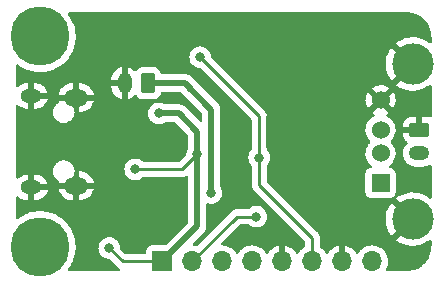
<source format=gbr>
%TF.GenerationSoftware,KiCad,Pcbnew,(5.99.0-10766-geeb405c196)*%
%TF.CreationDate,2021-06-19T10:41:35+04:00*%
%TF.ProjectId,Adafruit-PowerBoost-1000C,41646166-7275-4697-942d-506f77657242,rev?*%
%TF.SameCoordinates,Original*%
%TF.FileFunction,Copper,L2,Bot*%
%TF.FilePolarity,Positive*%
%FSLAX46Y46*%
G04 Gerber Fmt 4.6, Leading zero omitted, Abs format (unit mm)*
G04 Created by KiCad (PCBNEW (5.99.0-10766-geeb405c196)) date 2021-06-19 10:41:35*
%MOMM*%
%LPD*%
G01*
G04 APERTURE LIST*
G04 Aperture macros list*
%AMRoundRect*
0 Rectangle with rounded corners*
0 $1 Rounding radius*
0 $2 $3 $4 $5 $6 $7 $8 $9 X,Y pos of 4 corners*
0 Add a 4 corners polygon primitive as box body*
4,1,4,$2,$3,$4,$5,$6,$7,$8,$9,$2,$3,0*
0 Add four circle primitives for the rounded corners*
1,1,$1+$1,$2,$3*
1,1,$1+$1,$4,$5*
1,1,$1+$1,$6,$7*
1,1,$1+$1,$8,$9*
0 Add four rect primitives between the rounded corners*
20,1,$1+$1,$2,$3,$4,$5,0*
20,1,$1+$1,$4,$5,$6,$7,0*
20,1,$1+$1,$6,$7,$8,$9,0*
20,1,$1+$1,$8,$9,$2,$3,0*%
G04 Aperture macros list end*
%TA.AperFunction,ComponentPad*%
%ADD10RoundRect,0.250000X0.350000X0.625000X-0.350000X0.625000X-0.350000X-0.625000X0.350000X-0.625000X0*%
%TD*%
%TA.AperFunction,ComponentPad*%
%ADD11O,1.200000X1.750000*%
%TD*%
%TA.AperFunction,ComponentPad*%
%ADD12R,1.700000X1.700000*%
%TD*%
%TA.AperFunction,ComponentPad*%
%ADD13O,1.700000X1.700000*%
%TD*%
%TA.AperFunction,ComponentPad*%
%ADD14C,0.500000*%
%TD*%
%TA.AperFunction,SMDPad,CuDef*%
%ADD15R,2.700000X2.700000*%
%TD*%
%TA.AperFunction,ComponentPad*%
%ADD16R,1.524000X1.524000*%
%TD*%
%TA.AperFunction,ComponentPad*%
%ADD17C,1.524000*%
%TD*%
%TA.AperFunction,ComponentPad*%
%ADD18C,3.500000*%
%TD*%
%TA.AperFunction,ComponentPad*%
%ADD19C,5.000000*%
%TD*%
%TA.AperFunction,ComponentPad*%
%ADD20O,0.600000X0.600000*%
%TD*%
%TA.AperFunction,SMDPad,CuDef*%
%ADD21R,2.500000X2.500000*%
%TD*%
%TA.AperFunction,ComponentPad*%
%ADD22O,2.000000X1.450000*%
%TD*%
%TA.AperFunction,ComponentPad*%
%ADD23O,1.800000X1.150000*%
%TD*%
%TA.AperFunction,ComponentPad*%
%ADD24RoundRect,0.250000X-0.625000X0.350000X-0.625000X-0.350000X0.625000X-0.350000X0.625000X0.350000X0*%
%TD*%
%TA.AperFunction,ComponentPad*%
%ADD25O,1.750000X1.200000*%
%TD*%
%TA.AperFunction,ViaPad*%
%ADD26C,0.800000*%
%TD*%
%TA.AperFunction,Conductor*%
%ADD27C,0.500000*%
%TD*%
%TA.AperFunction,Conductor*%
%ADD28C,0.250000*%
%TD*%
G04 APERTURE END LIST*
D10*
%TO.P,BT1,1,+*%
%TO.N,/+V_LIPO*%
X111700000Y-83600000D03*
D11*
%TO.P,BT1,2,-*%
%TO.N,GND*%
X109700000Y-83600000D03*
%TD*%
D12*
%TO.P,J2,1,Pin_1*%
%TO.N,+5V*%
X112875000Y-98700000D03*
D13*
%TO.P,J2,2,Pin_2*%
%TO.N,/+V_BAT*%
X115415000Y-98700000D03*
%TO.P,J2,3,Pin_3*%
%TO.N,/+V_LIPO*%
X117955000Y-98700000D03*
%TO.P,J2,4,Pin_4*%
%TO.N,/ENABLE*%
X120495000Y-98700000D03*
%TO.P,J2,5,Pin_5*%
%TO.N,GND*%
X123035000Y-98700000D03*
%TO.P,J2,6,Pin_6*%
%TO.N,/LBO*%
X125575000Y-98700000D03*
%TO.P,J2,7,Pin_7*%
%TO.N,GND*%
X128115000Y-98700000D03*
%TO.P,J2,8,Pin_8*%
%TO.N,/+5V_OUT*%
X130655000Y-98700000D03*
%TD*%
D14*
%TO.P,U2,17,PAD*%
%TO.N,GND*%
X124150000Y-87700000D03*
X123050000Y-88800000D03*
X124150000Y-86600000D03*
X124150000Y-88800000D03*
X121950000Y-88800000D03*
X123050000Y-87700000D03*
X123050000Y-86600000D03*
D15*
X123050000Y-87700000D03*
D14*
X121950000Y-87700000D03*
X121950000Y-86600000D03*
%TD*%
D16*
%TO.P,J4,1,VBUS*%
%TO.N,/+5V_OUT*%
X131372500Y-92050000D03*
D17*
%TO.P,J4,2,D-*%
%TO.N,Net-(J4-Pad2)*%
X131372500Y-89550000D03*
%TO.P,J4,3,D+*%
%TO.N,Net-(J4-Pad3)*%
X131372500Y-87550000D03*
%TO.P,J4,4,GND*%
%TO.N,GND*%
X131372500Y-85050000D03*
D18*
%TO.P,J4,5,Shield*%
X134082500Y-95120000D03*
X134082500Y-81980000D03*
%TD*%
D19*
%TO.P,H2,1*%
%TO.N,N/C*%
X102550000Y-97450000D03*
%TD*%
D20*
%TO.P,U1,21,VSS*%
%TO.N,GND*%
X113600000Y-89750000D03*
X112850000Y-88250000D03*
X112100000Y-89000000D03*
D21*
X112850000Y-89000000D03*
D20*
X113600000Y-89000000D03*
X112100000Y-88250000D03*
X112900000Y-89750000D03*
X113600000Y-88250000D03*
X112100000Y-89750000D03*
X112850000Y-89000000D03*
%TD*%
D22*
%TO.P,J1,6,Shield*%
%TO.N,GND*%
X105600000Y-84825000D03*
D23*
X101800000Y-84675000D03*
X101800000Y-92425000D03*
D22*
X105600000Y-92275000D03*
%TD*%
D19*
%TO.P,H1,1*%
%TO.N,N/C*%
X102550000Y-79650000D03*
%TD*%
D24*
%TO.P,J3,1,Pin_1*%
%TO.N,GND*%
X134650000Y-87550000D03*
D25*
%TO.P,J3,2,Pin_2*%
%TO.N,/+5V_OUT*%
X134650000Y-89550000D03*
%TD*%
D26*
%TO.N,/+V_LIPO*%
X117050000Y-92900000D03*
%TO.N,GND*%
X119700000Y-81750000D03*
X111200000Y-96200000D03*
X118650000Y-93550000D03*
%TO.N,+5V*%
X110600000Y-90900000D03*
X108400000Y-97550000D03*
X115851622Y-89634495D03*
X112600000Y-86150000D03*
%TO.N,/+V_BAT*%
X120850000Y-94900000D03*
%TO.N,/LBO*%
X121100000Y-89900000D03*
X116100000Y-81400000D03*
%TD*%
D27*
%TO.N,/+V_LIPO*%
X114800000Y-83600000D02*
X117050000Y-85850000D01*
X114800000Y-83600000D02*
X115350000Y-84150000D01*
X111700000Y-83600000D02*
X114800000Y-83600000D01*
X117050000Y-85850000D02*
X117050000Y-92900000D01*
%TO.N,+5V*%
X114300000Y-86150000D02*
X112600000Y-86150000D01*
D28*
X109550000Y-98700000D02*
X112875000Y-98700000D01*
D27*
X115851622Y-87701622D02*
X114300000Y-86150000D01*
X115851622Y-95723378D02*
X115851622Y-89634495D01*
D28*
X110600000Y-90900000D02*
X114586117Y-90900000D01*
X114586117Y-90900000D02*
X115851622Y-89634495D01*
D27*
X112875000Y-98700000D02*
X115851622Y-95723378D01*
X115851622Y-89634495D02*
X115851622Y-87701622D01*
D28*
X108400000Y-97550000D02*
X109550000Y-98700000D01*
%TO.N,/+V_BAT*%
X115415000Y-98700000D02*
X119215000Y-94900000D01*
X119215000Y-94900000D02*
X120850000Y-94900000D01*
%TO.N,/LBO*%
X121100000Y-89900000D02*
X121100000Y-92200000D01*
X121100000Y-86400000D02*
X121100000Y-89900000D01*
X121100000Y-92200000D02*
X125575000Y-96675000D01*
X125575000Y-96675000D02*
X125575000Y-98700000D01*
X116100000Y-81400000D02*
X121100000Y-86400000D01*
%TD*%
%TA.AperFunction,Conductor*%
%TO.N,GND*%
G36*
X133589156Y-77609783D02*
G01*
X133599840Y-77611600D01*
X133599844Y-77611600D01*
X133604634Y-77612415D01*
X133735757Y-77614251D01*
X133741572Y-77614467D01*
X133789268Y-77617353D01*
X133796819Y-77618039D01*
X133993728Y-77641948D01*
X134001224Y-77643089D01*
X134012743Y-77645200D01*
X134033252Y-77648959D01*
X134040688Y-77650555D01*
X134130200Y-77672617D01*
X134233253Y-77698017D01*
X134240550Y-77700051D01*
X134271655Y-77709744D01*
X134278846Y-77712226D01*
X134464278Y-77782551D01*
X134471302Y-77785460D01*
X134501002Y-77798827D01*
X134507838Y-77802155D01*
X134683446Y-77894321D01*
X134690076Y-77898061D01*
X134717929Y-77914899D01*
X134724320Y-77919031D01*
X134887531Y-78031688D01*
X134893660Y-78036198D01*
X134919273Y-78056264D01*
X134925121Y-78061138D01*
X135073589Y-78192669D01*
X135079131Y-78197886D01*
X135102114Y-78220869D01*
X135107331Y-78226410D01*
X135238875Y-78374893D01*
X135243723Y-78380710D01*
X135252512Y-78391928D01*
X135263806Y-78406345D01*
X135268310Y-78412466D01*
X135380986Y-78575704D01*
X135385091Y-78582055D01*
X135401943Y-78609930D01*
X135405682Y-78616559D01*
X135497843Y-78792158D01*
X135501174Y-78799000D01*
X135514544Y-78828706D01*
X135517450Y-78835722D01*
X135551628Y-78925841D01*
X135587768Y-79021137D01*
X135590251Y-79028331D01*
X135599939Y-79059420D01*
X135601983Y-79066752D01*
X135649448Y-79259321D01*
X135651039Y-79266730D01*
X135656911Y-79298773D01*
X135658055Y-79306295D01*
X135681959Y-79503160D01*
X135682648Y-79510740D01*
X135685532Y-79558416D01*
X135685750Y-79564250D01*
X135687539Y-79692089D01*
X135688238Y-79696526D01*
X135690465Y-79710664D01*
X135692000Y-79730270D01*
X135692000Y-80111629D01*
X135671998Y-80179750D01*
X135618342Y-80226243D01*
X135548068Y-80236347D01*
X135484003Y-80207297D01*
X135441262Y-80170664D01*
X135434588Y-80165671D01*
X135190036Y-80006856D01*
X135182746Y-80002782D01*
X134919348Y-79877712D01*
X134911580Y-79874636D01*
X134633949Y-79785499D01*
X134625860Y-79783482D01*
X134338860Y-79731842D01*
X134330582Y-79730914D01*
X134039277Y-79717685D01*
X134030955Y-79717859D01*
X133740454Y-79743275D01*
X133732216Y-79744550D01*
X133447640Y-79808160D01*
X133439636Y-79810516D01*
X133165975Y-79911205D01*
X133158359Y-79914595D01*
X132900424Y-80050589D01*
X132893308Y-80054967D01*
X132687909Y-80200937D01*
X132679513Y-80211592D01*
X132686517Y-80224806D01*
X134352615Y-81890905D01*
X134386641Y-81953217D01*
X134381576Y-82024033D01*
X134352615Y-82069095D01*
X134082500Y-82339210D01*
X132688358Y-83733353D01*
X132681355Y-83746177D01*
X132689175Y-83756890D01*
X132800687Y-83844641D01*
X132807588Y-83849366D01*
X133058563Y-83997792D01*
X133066010Y-84001554D01*
X133334433Y-84115493D01*
X133342301Y-84118233D01*
X133623428Y-84195668D01*
X133631607Y-84197347D01*
X133920498Y-84236919D01*
X133928823Y-84237502D01*
X134220409Y-84238519D01*
X134228742Y-84237995D01*
X134517916Y-84200439D01*
X134526081Y-84198822D01*
X134807758Y-84123347D01*
X134815637Y-84120665D01*
X135084851Y-84008602D01*
X135092323Y-84004893D01*
X135344342Y-83858214D01*
X135351250Y-83853555D01*
X135488774Y-83746880D01*
X135554859Y-83720933D01*
X135624482Y-83734834D01*
X135675537Y-83784169D01*
X135692000Y-83846440D01*
X135692000Y-86364619D01*
X135671998Y-86432740D01*
X135618342Y-86479233D01*
X135548068Y-86489337D01*
X135529477Y-86485209D01*
X135416309Y-86450934D01*
X135403677Y-86448484D01*
X135333816Y-86442249D01*
X135328221Y-86442000D01*
X134922115Y-86442000D01*
X134906876Y-86446475D01*
X134905671Y-86447865D01*
X134904000Y-86455548D01*
X134904000Y-87678000D01*
X134883998Y-87746121D01*
X134830342Y-87792614D01*
X134778000Y-87804000D01*
X133285115Y-87804000D01*
X133269876Y-87808475D01*
X133268671Y-87809865D01*
X133267000Y-87817548D01*
X133267000Y-87939223D01*
X133267424Y-87946524D01*
X133281617Y-88068255D01*
X133284963Y-88082410D01*
X133340263Y-88234761D01*
X133346773Y-88247760D01*
X133435641Y-88383306D01*
X133444965Y-88394458D01*
X133562629Y-88505922D01*
X133574279Y-88514638D01*
X133600129Y-88529653D01*
X133648987Y-88581164D01*
X133662239Y-88650913D01*
X133635679Y-88716754D01*
X133614676Y-88737691D01*
X133607109Y-88743635D01*
X133603178Y-88748165D01*
X133603177Y-88748166D01*
X133472413Y-88898856D01*
X133472409Y-88898861D01*
X133468482Y-88903387D01*
X133362566Y-89086471D01*
X133360595Y-89092147D01*
X133299103Y-89269226D01*
X133293180Y-89286281D01*
X133262829Y-89495606D01*
X133272609Y-89706894D01*
X133274013Y-89712719D01*
X133274013Y-89712720D01*
X133319148Y-89900000D01*
X133322165Y-89912520D01*
X133324647Y-89917978D01*
X133324648Y-89917982D01*
X133375506Y-90029838D01*
X133409710Y-90105066D01*
X133532086Y-90277584D01*
X133536420Y-90281733D01*
X133536421Y-90281734D01*
X133680540Y-90419698D01*
X133680545Y-90419702D01*
X133684876Y-90423848D01*
X133689912Y-90427100D01*
X133689915Y-90427102D01*
X133857531Y-90535330D01*
X133857534Y-90535331D01*
X133862568Y-90538582D01*
X134058749Y-90617646D01*
X134064630Y-90618794D01*
X134064635Y-90618796D01*
X134176754Y-90640691D01*
X134266341Y-90658186D01*
X134270873Y-90658408D01*
X134270876Y-90658408D01*
X134271220Y-90658425D01*
X134271237Y-90658425D01*
X134272762Y-90658500D01*
X134977406Y-90658500D01*
X135135558Y-90643411D01*
X135199645Y-90624610D01*
X135332765Y-90585557D01*
X135332767Y-90585556D01*
X135338518Y-90583869D01*
X135508309Y-90496421D01*
X135578027Y-90483012D01*
X135643927Y-90509425D01*
X135685086Y-90567273D01*
X135692000Y-90608437D01*
X135692000Y-93251629D01*
X135671998Y-93319750D01*
X135618342Y-93366243D01*
X135548068Y-93376347D01*
X135484003Y-93347297D01*
X135441262Y-93310664D01*
X135434588Y-93305671D01*
X135190036Y-93146856D01*
X135182746Y-93142782D01*
X134919348Y-93017712D01*
X134911580Y-93014636D01*
X134633949Y-92925499D01*
X134625860Y-92923482D01*
X134338860Y-92871842D01*
X134330582Y-92870914D01*
X134039277Y-92857685D01*
X134030955Y-92857859D01*
X133740454Y-92883275D01*
X133732216Y-92884550D01*
X133447640Y-92948160D01*
X133439636Y-92950516D01*
X133165975Y-93051205D01*
X133158359Y-93054595D01*
X132900424Y-93190589D01*
X132893308Y-93194967D01*
X132687909Y-93340937D01*
X132679513Y-93351592D01*
X132686517Y-93364806D01*
X134352615Y-95030905D01*
X134386641Y-95093217D01*
X134381576Y-95164033D01*
X134352615Y-95209095D01*
X134082500Y-95479210D01*
X132688358Y-96873353D01*
X132681355Y-96886177D01*
X132689175Y-96896890D01*
X132800687Y-96984641D01*
X132807588Y-96989366D01*
X133058563Y-97137792D01*
X133066010Y-97141554D01*
X133334433Y-97255493D01*
X133342301Y-97258233D01*
X133623428Y-97335668D01*
X133631607Y-97337347D01*
X133920498Y-97376919D01*
X133928823Y-97377502D01*
X134220409Y-97378519D01*
X134228742Y-97377995D01*
X134517916Y-97340439D01*
X134526081Y-97338822D01*
X134807758Y-97263347D01*
X134815637Y-97260665D01*
X135084851Y-97148602D01*
X135092323Y-97144893D01*
X135344342Y-96998214D01*
X135351250Y-96993555D01*
X135488774Y-96886880D01*
X135554859Y-96860933D01*
X135624482Y-96874834D01*
X135675537Y-96924169D01*
X135692000Y-96986440D01*
X135692000Y-97368032D01*
X135690217Y-97389156D01*
X135688977Y-97396451D01*
X135687585Y-97404634D01*
X135685789Y-97532980D01*
X135685750Y-97535743D01*
X135685533Y-97541572D01*
X135682647Y-97589274D01*
X135681962Y-97596813D01*
X135665382Y-97733363D01*
X135658056Y-97793700D01*
X135656911Y-97801223D01*
X135651042Y-97833251D01*
X135649447Y-97840686D01*
X135602885Y-98029595D01*
X135601983Y-98033253D01*
X135599947Y-98040556D01*
X135590257Y-98071652D01*
X135587775Y-98078843D01*
X135517451Y-98264274D01*
X135514538Y-98271306D01*
X135501180Y-98300986D01*
X135497849Y-98307829D01*
X135469275Y-98362272D01*
X135415305Y-98465105D01*
X135405677Y-98483449D01*
X135401939Y-98490076D01*
X135385088Y-98517951D01*
X135380975Y-98524312D01*
X135324642Y-98605925D01*
X135268320Y-98687521D01*
X135263812Y-98693648D01*
X135243715Y-98719300D01*
X135238865Y-98725120D01*
X135170549Y-98802233D01*
X135107339Y-98873582D01*
X135102122Y-98879123D01*
X135079123Y-98902122D01*
X135073581Y-98907339D01*
X134925129Y-99038856D01*
X134919285Y-99043727D01*
X134893636Y-99063822D01*
X134887544Y-99068305D01*
X134785373Y-99138827D01*
X134724310Y-99180975D01*
X134717926Y-99185103D01*
X134690042Y-99201960D01*
X134683449Y-99205677D01*
X134507848Y-99297840D01*
X134501014Y-99301168D01*
X134471294Y-99314544D01*
X134464280Y-99317449D01*
X134278854Y-99387772D01*
X134271676Y-99390249D01*
X134248265Y-99397545D01*
X134240584Y-99399938D01*
X134233256Y-99401980D01*
X134040680Y-99449447D01*
X134033269Y-99451039D01*
X134001213Y-99456913D01*
X133993705Y-99458055D01*
X133919306Y-99467089D01*
X133796833Y-99481960D01*
X133789262Y-99482648D01*
X133741577Y-99485532D01*
X133735750Y-99485750D01*
X133664505Y-99486747D01*
X133612398Y-99487476D01*
X133612395Y-99487476D01*
X133607911Y-99487539D01*
X133603473Y-99488238D01*
X133603474Y-99488238D01*
X133589336Y-99490465D01*
X133569730Y-99492000D01*
X131982277Y-99492000D01*
X131914156Y-99471998D01*
X131867663Y-99418342D01*
X131857559Y-99348068D01*
X131868410Y-99312053D01*
X131929868Y-99182331D01*
X131932153Y-99177508D01*
X131994349Y-98955494D01*
X131995692Y-98942614D01*
X132010322Y-98802233D01*
X132018249Y-98726176D01*
X132018384Y-98712135D01*
X132018472Y-98702963D01*
X132018472Y-98702954D01*
X132018500Y-98700000D01*
X132014261Y-98650041D01*
X131999458Y-98475576D01*
X131999457Y-98475572D01*
X131999007Y-98470265D01*
X131995953Y-98458496D01*
X131942426Y-98252269D01*
X131941084Y-98247098D01*
X131930658Y-98223952D01*
X131848578Y-98041743D01*
X131848577Y-98041741D01*
X131846388Y-98036882D01*
X131717627Y-97845626D01*
X131558482Y-97678799D01*
X131551011Y-97673240D01*
X131446577Y-97595539D01*
X131373504Y-97541171D01*
X131368753Y-97538755D01*
X131368749Y-97538753D01*
X131172740Y-97439097D01*
X131172739Y-97439097D01*
X131167982Y-97436678D01*
X131049345Y-97399840D01*
X130952895Y-97369891D01*
X130952889Y-97369890D01*
X130947792Y-97368307D01*
X130822522Y-97351704D01*
X130724515Y-97338714D01*
X130724510Y-97338714D01*
X130719230Y-97338014D01*
X130713900Y-97338214D01*
X130713899Y-97338214D01*
X130620320Y-97341727D01*
X130488831Y-97346663D01*
X130424920Y-97360073D01*
X130268411Y-97392912D01*
X130268408Y-97392913D01*
X130263184Y-97394009D01*
X130048740Y-97478697D01*
X129851631Y-97598306D01*
X129847601Y-97601803D01*
X129737739Y-97697136D01*
X129677492Y-97749415D01*
X129674109Y-97753541D01*
X129674105Y-97753545D01*
X129635012Y-97801223D01*
X129531304Y-97927705D01*
X129499461Y-97983645D01*
X129494842Y-97991760D01*
X129443760Y-98041066D01*
X129374130Y-98054928D01*
X129308059Y-98028945D01*
X129280820Y-97999795D01*
X129180218Y-97850366D01*
X129173557Y-97842080D01*
X129021830Y-97683030D01*
X129013873Y-97675990D01*
X128837523Y-97544782D01*
X128828486Y-97539178D01*
X128632550Y-97439559D01*
X128622699Y-97435559D01*
X128412778Y-97370378D01*
X128402396Y-97368095D01*
X128386959Y-97366049D01*
X128372792Y-97368246D01*
X128369000Y-97381430D01*
X128369000Y-98828000D01*
X128348998Y-98896121D01*
X128295342Y-98942614D01*
X128243000Y-98954000D01*
X127987000Y-98954000D01*
X127918879Y-98933998D01*
X127872386Y-98880342D01*
X127861000Y-98828000D01*
X127861000Y-97383717D01*
X127857027Y-97370186D01*
X127846420Y-97368661D01*
X127728554Y-97393391D01*
X127718358Y-97396451D01*
X127513932Y-97477182D01*
X127504396Y-97481916D01*
X127316486Y-97595942D01*
X127307896Y-97602206D01*
X127141884Y-97746264D01*
X127134464Y-97753895D01*
X126995100Y-97923860D01*
X126989079Y-97932622D01*
X126955427Y-97991739D01*
X126904344Y-98041045D01*
X126834714Y-98054906D01*
X126768643Y-98028922D01*
X126741405Y-97999773D01*
X126684513Y-97915269D01*
X126637627Y-97845626D01*
X126478482Y-97678799D01*
X126471011Y-97673240D01*
X126424617Y-97638722D01*
X126293504Y-97541171D01*
X126288747Y-97538752D01*
X126288743Y-97538750D01*
X126277394Y-97532980D01*
X126225737Y-97484276D01*
X126208500Y-97420664D01*
X126208500Y-96753396D01*
X126209014Y-96742482D01*
X126210667Y-96735089D01*
X126208562Y-96668115D01*
X126208500Y-96664158D01*
X126208500Y-96635422D01*
X126207961Y-96631151D01*
X126207028Y-96619313D01*
X126205888Y-96583042D01*
X126205639Y-96575117D01*
X126199987Y-96555661D01*
X126195978Y-96536302D01*
X126194434Y-96524079D01*
X126194434Y-96524078D01*
X126193440Y-96516212D01*
X126188230Y-96503054D01*
X126177168Y-96475111D01*
X126173323Y-96463882D01*
X126163199Y-96429035D01*
X126163198Y-96429034D01*
X126160987Y-96421422D01*
X126150674Y-96403983D01*
X126141978Y-96386231D01*
X126137442Y-96374775D01*
X126134522Y-96367400D01*
X126108533Y-96331629D01*
X126102016Y-96321708D01*
X126079514Y-96283659D01*
X126079145Y-96283241D01*
X126065062Y-96269158D01*
X126052228Y-96254133D01*
X126040446Y-96237917D01*
X126006664Y-96209970D01*
X125997885Y-96201981D01*
X125006480Y-95210576D01*
X131821587Y-95210576D01*
X131821937Y-95218928D01*
X131853428Y-95508809D01*
X131854877Y-95517026D01*
X131924431Y-95800197D01*
X131926958Y-95808162D01*
X132033349Y-96079642D01*
X132036905Y-96087199D01*
X132178275Y-96342236D01*
X132182784Y-96349234D01*
X132304637Y-96513308D01*
X132315829Y-96521752D01*
X132328335Y-96514954D01*
X133710480Y-95132810D01*
X133718092Y-95118869D01*
X133717961Y-95117034D01*
X133713710Y-95110420D01*
X132328996Y-93725707D01*
X132315796Y-93718499D01*
X132305602Y-93725778D01*
X132245107Y-93799425D01*
X132240252Y-93806206D01*
X132086590Y-94054038D01*
X132082677Y-94061398D01*
X131963147Y-94327364D01*
X131960237Y-94335187D01*
X131876929Y-94614637D01*
X131875084Y-94622758D01*
X131829468Y-94910770D01*
X131828712Y-94919081D01*
X131821587Y-95210576D01*
X125006480Y-95210576D01*
X121770405Y-91974501D01*
X121736379Y-91912189D01*
X121733500Y-91885406D01*
X121733500Y-91288000D01*
X130097000Y-91288000D01*
X130097000Y-92812000D01*
X130102227Y-92885079D01*
X130143404Y-93025316D01*
X130148275Y-93032895D01*
X130217551Y-93140691D01*
X130217553Y-93140694D01*
X130222423Y-93148271D01*
X130229233Y-93154172D01*
X130326069Y-93238082D01*
X130326072Y-93238084D01*
X130332881Y-93243984D01*
X130341079Y-93247728D01*
X130393251Y-93271554D01*
X130465830Y-93304700D01*
X130474745Y-93305982D01*
X130474746Y-93305982D01*
X130606052Y-93324861D01*
X130606059Y-93324862D01*
X130610500Y-93325500D01*
X132134500Y-93325500D01*
X132207579Y-93320273D01*
X132298069Y-93293703D01*
X132339170Y-93281635D01*
X132339172Y-93281634D01*
X132347816Y-93279096D01*
X132431085Y-93225582D01*
X132463191Y-93204949D01*
X132463194Y-93204947D01*
X132470771Y-93200077D01*
X132476672Y-93193267D01*
X132560582Y-93096431D01*
X132560584Y-93096428D01*
X132566484Y-93089619D01*
X132570228Y-93081421D01*
X132623458Y-92964864D01*
X132623458Y-92964863D01*
X132627200Y-92956670D01*
X132637569Y-92884550D01*
X132647361Y-92816448D01*
X132647362Y-92816441D01*
X132648000Y-92812000D01*
X132648000Y-91288000D01*
X132642773Y-91214921D01*
X132619346Y-91135136D01*
X132604135Y-91083330D01*
X132604134Y-91083328D01*
X132601596Y-91074684D01*
X132555893Y-91003569D01*
X132527449Y-90959309D01*
X132527447Y-90959306D01*
X132522577Y-90951729D01*
X132515767Y-90945828D01*
X132418931Y-90861918D01*
X132418928Y-90861916D01*
X132412119Y-90856016D01*
X132279170Y-90795300D01*
X132270255Y-90794018D01*
X132270254Y-90794018D01*
X132255923Y-90791958D01*
X132206310Y-90784825D01*
X132141730Y-90755332D01*
X132103346Y-90695606D01*
X132103346Y-90624610D01*
X132141413Y-90565158D01*
X132288875Y-90436519D01*
X132293105Y-90432829D01*
X132344421Y-90368776D01*
X132431385Y-90260228D01*
X132431388Y-90260223D01*
X132434891Y-90255851D01*
X132543096Y-90056562D01*
X132614300Y-89841262D01*
X132646252Y-89616755D01*
X132648000Y-89550000D01*
X132627841Y-89324128D01*
X132588779Y-89181340D01*
X132569485Y-89110812D01*
X132569484Y-89110808D01*
X132568003Y-89105396D01*
X132470376Y-88900718D01*
X132338047Y-88716562D01*
X132261073Y-88641969D01*
X132226073Y-88580199D01*
X132230025Y-88509312D01*
X132265929Y-88456536D01*
X132288875Y-88436519D01*
X132293105Y-88432829D01*
X132323846Y-88394458D01*
X132431385Y-88260228D01*
X132431388Y-88260223D01*
X132434891Y-88255851D01*
X132543096Y-88056562D01*
X132614300Y-87841262D01*
X132646252Y-87616755D01*
X132648000Y-87550000D01*
X132627841Y-87324128D01*
X132588779Y-87181340D01*
X132579324Y-87146779D01*
X133267000Y-87146779D01*
X133267000Y-87277885D01*
X133271475Y-87293124D01*
X133272865Y-87294329D01*
X133280548Y-87296000D01*
X134377885Y-87296000D01*
X134393124Y-87291525D01*
X134394329Y-87290135D01*
X134396000Y-87282452D01*
X134396000Y-86460115D01*
X134391525Y-86444876D01*
X134390135Y-86443671D01*
X134382452Y-86442000D01*
X133985777Y-86442000D01*
X133978476Y-86442424D01*
X133856745Y-86456617D01*
X133842590Y-86459963D01*
X133690239Y-86515263D01*
X133677240Y-86521773D01*
X133541694Y-86610641D01*
X133530542Y-86619965D01*
X133419078Y-86737629D01*
X133410365Y-86749276D01*
X133328957Y-86889429D01*
X133323163Y-86902754D01*
X133275932Y-87058700D01*
X133273484Y-87071323D01*
X133267249Y-87141184D01*
X133267000Y-87146779D01*
X132579324Y-87146779D01*
X132569485Y-87110812D01*
X132569484Y-87110808D01*
X132568003Y-87105396D01*
X132470376Y-86900718D01*
X132338047Y-86716562D01*
X132270295Y-86650906D01*
X132179226Y-86562653D01*
X132179223Y-86562651D01*
X132175198Y-86558750D01*
X132109537Y-86514628D01*
X131991630Y-86435397D01*
X131991624Y-86435394D01*
X131986977Y-86432271D01*
X131950245Y-86416147D01*
X131895912Y-86370453D01*
X131874907Y-86302635D01*
X131893901Y-86234227D01*
X131936187Y-86192659D01*
X132058122Y-86119682D01*
X132067693Y-86109323D01*
X132064150Y-86100860D01*
X131385312Y-85422022D01*
X131371368Y-85414408D01*
X131369535Y-85414539D01*
X131362920Y-85418790D01*
X130683656Y-86098054D01*
X130676896Y-86110434D01*
X130682177Y-86117488D01*
X130810619Y-86192544D01*
X130859342Y-86244183D01*
X130872413Y-86313966D01*
X130845681Y-86379738D01*
X130804839Y-86413297D01*
X130694040Y-86470485D01*
X130694032Y-86470490D01*
X130689053Y-86473060D01*
X130509145Y-86611108D01*
X130505372Y-86615254D01*
X130505367Y-86615259D01*
X130435675Y-86691850D01*
X130356526Y-86778834D01*
X130353543Y-86783590D01*
X130353541Y-86783592D01*
X130244685Y-86957124D01*
X130236021Y-86970935D01*
X130151439Y-87181340D01*
X130105453Y-87403398D01*
X130099517Y-87630089D01*
X130133818Y-87854249D01*
X130207273Y-88068793D01*
X130317559Y-88266937D01*
X130461190Y-88442421D01*
X130475675Y-88454792D01*
X130514484Y-88514241D01*
X130514992Y-88585235D01*
X130487040Y-88635401D01*
X130356526Y-88778834D01*
X130353543Y-88783590D01*
X130353541Y-88783592D01*
X130278394Y-88903387D01*
X130236021Y-88970935D01*
X130151439Y-89181340D01*
X130105453Y-89403398D01*
X130099517Y-89630089D01*
X130133818Y-89854249D01*
X130207273Y-90068793D01*
X130317559Y-90266937D01*
X130321112Y-90271277D01*
X130321114Y-90271281D01*
X130402845Y-90371137D01*
X130461190Y-90442421D01*
X130465453Y-90446062D01*
X130465458Y-90446067D01*
X130599142Y-90560243D01*
X130637952Y-90619693D01*
X130638459Y-90690688D01*
X130600502Y-90750687D01*
X130540870Y-90779480D01*
X130537421Y-90779727D01*
X130530944Y-90781629D01*
X130530943Y-90781629D01*
X130405830Y-90818365D01*
X130405828Y-90818366D01*
X130397184Y-90820904D01*
X130389605Y-90825775D01*
X130281809Y-90895051D01*
X130281806Y-90895053D01*
X130274229Y-90899923D01*
X130268328Y-90906733D01*
X130184418Y-91003569D01*
X130184416Y-91003572D01*
X130178516Y-91010381D01*
X130174772Y-91018579D01*
X130160423Y-91050000D01*
X130117800Y-91143330D01*
X130116518Y-91152245D01*
X130116518Y-91152246D01*
X130097639Y-91283552D01*
X130097638Y-91283559D01*
X130097000Y-91288000D01*
X121733500Y-91288000D01*
X121733500Y-90602519D01*
X121753502Y-90534398D01*
X121765864Y-90518209D01*
X121834618Y-90441850D01*
X121834619Y-90441849D01*
X121839037Y-90436942D01*
X121934524Y-90271554D01*
X121988619Y-90105066D01*
X121991498Y-90096206D01*
X121991498Y-90096205D01*
X121993538Y-90089927D01*
X122013500Y-89900000D01*
X121993538Y-89710073D01*
X121982286Y-89675441D01*
X121936566Y-89534731D01*
X121934524Y-89528446D01*
X121839037Y-89363058D01*
X121765864Y-89281791D01*
X121735146Y-89217784D01*
X121733500Y-89197481D01*
X121733500Y-86478396D01*
X121734014Y-86467482D01*
X121735667Y-86460089D01*
X121735099Y-86442000D01*
X121733562Y-86393116D01*
X121733500Y-86389158D01*
X121733500Y-86360422D01*
X121732961Y-86356151D01*
X121732028Y-86344313D01*
X121731891Y-86339927D01*
X121730639Y-86300117D01*
X121724987Y-86280661D01*
X121720978Y-86261302D01*
X121719434Y-86249079D01*
X121719434Y-86249078D01*
X121718440Y-86241212D01*
X121708605Y-86216371D01*
X121702168Y-86200111D01*
X121698323Y-86188882D01*
X121688199Y-86154035D01*
X121688198Y-86154034D01*
X121685987Y-86146422D01*
X121675674Y-86128983D01*
X121666978Y-86111231D01*
X121662442Y-86099775D01*
X121659522Y-86092400D01*
X121633533Y-86056629D01*
X121627016Y-86046708D01*
X121607548Y-86013790D01*
X121604514Y-86008659D01*
X121604145Y-86008241D01*
X121590062Y-85994158D01*
X121577228Y-85979133D01*
X121565446Y-85962917D01*
X121531664Y-85934970D01*
X121522885Y-85926981D01*
X120720356Y-85124452D01*
X130100163Y-85124452D01*
X130100865Y-85135604D01*
X130133455Y-85348579D01*
X130136122Y-85359440D01*
X130205914Y-85563285D01*
X130210456Y-85573487D01*
X130301532Y-85737120D01*
X130311583Y-85747009D01*
X130319188Y-85744102D01*
X131000478Y-85062812D01*
X131006856Y-85051132D01*
X131736908Y-85051132D01*
X131737039Y-85052965D01*
X131741290Y-85059580D01*
X132422651Y-85740941D01*
X132435031Y-85747701D01*
X132441295Y-85743012D01*
X132539963Y-85561290D01*
X132544396Y-85551044D01*
X132612053Y-85346469D01*
X132614603Y-85335596D01*
X132645242Y-85120319D01*
X132645848Y-85113103D01*
X132647405Y-85053632D01*
X132647177Y-85046377D01*
X132627848Y-84829812D01*
X132625866Y-84818798D01*
X132569017Y-84610987D01*
X132565119Y-84600506D01*
X132472361Y-84406034D01*
X132466671Y-84396415D01*
X132443217Y-84363775D01*
X132432427Y-84355365D01*
X132419390Y-84362320D01*
X131744522Y-85037188D01*
X131736908Y-85051132D01*
X131006856Y-85051132D01*
X131008092Y-85048868D01*
X131007961Y-85047035D01*
X131003710Y-85040420D01*
X130325599Y-84362309D01*
X130313219Y-84355549D01*
X130305247Y-84361517D01*
X130239453Y-84466403D01*
X130234372Y-84476373D01*
X130154011Y-84676278D01*
X130150780Y-84686978D01*
X130107088Y-84897958D01*
X130105803Y-84909065D01*
X130100163Y-85124452D01*
X120720356Y-85124452D01*
X119584768Y-83988864D01*
X130675919Y-83988864D01*
X130682552Y-84000842D01*
X131359688Y-84677978D01*
X131373632Y-84685592D01*
X131375465Y-84685461D01*
X131382080Y-84681210D01*
X132059957Y-84003333D01*
X132066181Y-83991935D01*
X132056370Y-83979501D01*
X131991396Y-83935841D01*
X131981596Y-83930453D01*
X131784315Y-83843852D01*
X131773716Y-83840285D01*
X131564213Y-83789988D01*
X131553151Y-83788355D01*
X131338058Y-83775952D01*
X131326874Y-83776304D01*
X131112985Y-83802188D01*
X131102051Y-83804512D01*
X130896114Y-83867866D01*
X130885769Y-83872087D01*
X130694302Y-83970911D01*
X130684871Y-83976896D01*
X130684384Y-83977270D01*
X130675919Y-83988864D01*
X119584768Y-83988864D01*
X117666480Y-82070576D01*
X131821587Y-82070576D01*
X131821937Y-82078928D01*
X131853428Y-82368809D01*
X131854877Y-82377026D01*
X131924431Y-82660197D01*
X131926958Y-82668162D01*
X132033349Y-82939642D01*
X132036905Y-82947199D01*
X132178275Y-83202236D01*
X132182784Y-83209234D01*
X132304637Y-83373308D01*
X132315829Y-83381752D01*
X132328335Y-83374954D01*
X133710480Y-81992810D01*
X133718092Y-81978869D01*
X133717961Y-81977034D01*
X133713710Y-81970420D01*
X132328996Y-80585707D01*
X132315796Y-80578499D01*
X132305602Y-80585778D01*
X132245107Y-80659425D01*
X132240252Y-80666206D01*
X132086590Y-80914038D01*
X132082677Y-80921398D01*
X131963147Y-81187364D01*
X131960237Y-81195187D01*
X131876929Y-81474637D01*
X131875084Y-81482758D01*
X131829468Y-81770770D01*
X131828712Y-81779081D01*
X131821587Y-82070576D01*
X117666480Y-82070576D01*
X117047118Y-81451214D01*
X117013092Y-81388902D01*
X117010903Y-81375290D01*
X116994228Y-81216637D01*
X116994228Y-81216636D01*
X116993538Y-81210073D01*
X116986160Y-81187364D01*
X116936566Y-81034731D01*
X116934524Y-81028446D01*
X116839037Y-80863058D01*
X116827317Y-80850041D01*
X116715673Y-80726048D01*
X116715672Y-80726047D01*
X116711251Y-80721137D01*
X116705909Y-80717256D01*
X116705907Y-80717254D01*
X116562092Y-80612767D01*
X116562091Y-80612766D01*
X116556750Y-80608886D01*
X116550722Y-80606202D01*
X116550720Y-80606201D01*
X116388318Y-80533895D01*
X116388317Y-80533895D01*
X116382287Y-80531210D01*
X116288887Y-80511357D01*
X116201944Y-80492876D01*
X116201939Y-80492876D01*
X116195487Y-80491504D01*
X116004513Y-80491504D01*
X115998061Y-80492876D01*
X115998056Y-80492876D01*
X115911113Y-80511357D01*
X115817713Y-80531210D01*
X115811683Y-80533895D01*
X115811682Y-80533895D01*
X115649280Y-80606201D01*
X115649278Y-80606202D01*
X115643250Y-80608886D01*
X115637909Y-80612766D01*
X115637908Y-80612767D01*
X115494093Y-80717254D01*
X115494091Y-80717256D01*
X115488749Y-80721137D01*
X115484328Y-80726047D01*
X115484327Y-80726048D01*
X115372684Y-80850041D01*
X115360963Y-80863058D01*
X115265476Y-81028446D01*
X115263434Y-81034731D01*
X115213841Y-81187364D01*
X115206462Y-81210073D01*
X115186500Y-81400000D01*
X115206462Y-81589927D01*
X115265476Y-81771554D01*
X115360963Y-81936942D01*
X115488749Y-82078863D01*
X115494091Y-82082744D01*
X115494093Y-82082746D01*
X115637908Y-82187233D01*
X115643250Y-82191114D01*
X115649278Y-82193798D01*
X115649280Y-82193799D01*
X115811682Y-82266105D01*
X115817713Y-82268790D01*
X115911113Y-82288643D01*
X115998056Y-82307124D01*
X115998061Y-82307124D01*
X116004513Y-82308496D01*
X116060402Y-82308496D01*
X116128523Y-82328498D01*
X116149497Y-82345401D01*
X120429595Y-86625499D01*
X120463621Y-86687811D01*
X120466500Y-86714594D01*
X120466500Y-89197481D01*
X120446498Y-89265602D01*
X120434136Y-89281791D01*
X120360963Y-89363058D01*
X120265476Y-89528446D01*
X120263434Y-89534731D01*
X120217715Y-89675441D01*
X120206462Y-89710073D01*
X120186500Y-89900000D01*
X120206462Y-90089927D01*
X120208502Y-90096205D01*
X120208502Y-90096206D01*
X120211381Y-90105066D01*
X120265476Y-90271554D01*
X120360963Y-90436942D01*
X120365381Y-90441849D01*
X120365382Y-90441850D01*
X120434136Y-90518209D01*
X120464854Y-90582216D01*
X120466500Y-90602519D01*
X120466500Y-92121616D01*
X120465986Y-92132520D01*
X120464334Y-92139911D01*
X120464583Y-92147837D01*
X120464583Y-92147838D01*
X120466438Y-92206866D01*
X120466500Y-92210823D01*
X120466500Y-92239578D01*
X120466996Y-92243503D01*
X120466996Y-92243504D01*
X120467039Y-92243843D01*
X120467972Y-92255687D01*
X120469361Y-92299883D01*
X120471573Y-92307495D01*
X120475012Y-92319333D01*
X120479022Y-92338695D01*
X120481560Y-92358788D01*
X120484476Y-92366153D01*
X120484477Y-92366157D01*
X120497837Y-92399901D01*
X120501681Y-92411128D01*
X120514014Y-92453578D01*
X120518052Y-92460406D01*
X120524323Y-92471011D01*
X120533019Y-92488762D01*
X120537558Y-92500226D01*
X120540478Y-92507600D01*
X120557241Y-92530671D01*
X120566465Y-92543367D01*
X120572983Y-92553290D01*
X120595486Y-92591341D01*
X120595855Y-92591759D01*
X120609938Y-92605842D01*
X120622772Y-92620867D01*
X120634554Y-92637083D01*
X120667595Y-92664417D01*
X120668335Y-92665029D01*
X120677115Y-92673019D01*
X124904595Y-96900499D01*
X124938621Y-96962811D01*
X124941500Y-96989594D01*
X124941500Y-97424302D01*
X124921498Y-97492423D01*
X124880867Y-97532020D01*
X124771631Y-97598306D01*
X124767601Y-97601803D01*
X124657739Y-97697136D01*
X124597492Y-97749415D01*
X124594109Y-97753541D01*
X124594105Y-97753545D01*
X124555012Y-97801223D01*
X124451304Y-97927705D01*
X124419461Y-97983645D01*
X124414842Y-97991760D01*
X124363760Y-98041066D01*
X124294130Y-98054928D01*
X124228059Y-98028945D01*
X124200820Y-97999795D01*
X124100218Y-97850366D01*
X124093557Y-97842080D01*
X123941830Y-97683030D01*
X123933873Y-97675990D01*
X123757523Y-97544782D01*
X123748486Y-97539178D01*
X123552550Y-97439559D01*
X123542699Y-97435559D01*
X123332778Y-97370378D01*
X123322396Y-97368095D01*
X123306959Y-97366049D01*
X123292792Y-97368246D01*
X123289000Y-97381430D01*
X123289000Y-98828000D01*
X123268998Y-98896121D01*
X123215342Y-98942614D01*
X123163000Y-98954000D01*
X122907000Y-98954000D01*
X122838879Y-98933998D01*
X122792386Y-98880342D01*
X122781000Y-98828000D01*
X122781000Y-97383717D01*
X122777027Y-97370186D01*
X122766420Y-97368661D01*
X122648554Y-97393391D01*
X122638358Y-97396451D01*
X122433932Y-97477182D01*
X122424396Y-97481916D01*
X122236486Y-97595942D01*
X122227896Y-97602206D01*
X122061884Y-97746264D01*
X122054464Y-97753895D01*
X121915100Y-97923860D01*
X121909079Y-97932622D01*
X121875427Y-97991739D01*
X121824344Y-98041045D01*
X121754714Y-98054906D01*
X121688643Y-98028922D01*
X121661405Y-97999773D01*
X121604513Y-97915269D01*
X121557627Y-97845626D01*
X121398482Y-97678799D01*
X121391011Y-97673240D01*
X121286577Y-97595539D01*
X121213504Y-97541171D01*
X121208753Y-97538755D01*
X121208749Y-97538753D01*
X121012740Y-97439097D01*
X121012739Y-97439097D01*
X121007982Y-97436678D01*
X120889345Y-97399840D01*
X120792895Y-97369891D01*
X120792889Y-97369890D01*
X120787792Y-97368307D01*
X120662522Y-97351704D01*
X120564515Y-97338714D01*
X120564510Y-97338714D01*
X120559230Y-97338014D01*
X120553900Y-97338214D01*
X120553899Y-97338214D01*
X120460320Y-97341727D01*
X120328831Y-97346663D01*
X120264920Y-97360073D01*
X120108411Y-97392912D01*
X120108408Y-97392913D01*
X120103184Y-97394009D01*
X119888740Y-97478697D01*
X119691631Y-97598306D01*
X119687601Y-97601803D01*
X119577739Y-97697136D01*
X119517492Y-97749415D01*
X119514109Y-97753541D01*
X119514105Y-97753545D01*
X119475012Y-97801223D01*
X119371304Y-97927705D01*
X119368667Y-97932338D01*
X119368666Y-97932339D01*
X119335116Y-97991278D01*
X119284033Y-98040584D01*
X119214402Y-98054445D01*
X119148332Y-98028461D01*
X119121094Y-97999312D01*
X119120866Y-97998972D01*
X119020818Y-97850366D01*
X119020607Y-97850052D01*
X119020605Y-97850050D01*
X119017627Y-97845626D01*
X118858482Y-97678799D01*
X118851011Y-97673240D01*
X118746577Y-97595539D01*
X118673504Y-97541171D01*
X118668753Y-97538755D01*
X118668749Y-97538753D01*
X118472740Y-97439097D01*
X118472739Y-97439097D01*
X118467982Y-97436678D01*
X118349345Y-97399840D01*
X118252895Y-97369891D01*
X118252889Y-97369890D01*
X118247792Y-97368307D01*
X118122522Y-97351704D01*
X118024515Y-97338714D01*
X118024510Y-97338714D01*
X118019230Y-97338014D01*
X118013900Y-97338214D01*
X118013899Y-97338214D01*
X117980254Y-97339477D01*
X117911431Y-97322045D01*
X117862958Y-97270171D01*
X117850226Y-97200325D01*
X117877275Y-97134684D01*
X117886433Y-97124471D01*
X119440499Y-95570405D01*
X119502811Y-95536379D01*
X119529594Y-95533500D01*
X120141806Y-95533500D01*
X120209927Y-95553502D01*
X120229151Y-95569842D01*
X120229425Y-95569538D01*
X120234327Y-95573952D01*
X120238749Y-95578863D01*
X120244091Y-95582744D01*
X120244093Y-95582746D01*
X120387908Y-95687233D01*
X120393250Y-95691114D01*
X120399278Y-95693798D01*
X120399280Y-95693799D01*
X120457821Y-95719863D01*
X120567713Y-95768790D01*
X120638950Y-95783932D01*
X120748056Y-95807124D01*
X120748061Y-95807124D01*
X120754513Y-95808496D01*
X120945487Y-95808496D01*
X120951939Y-95807124D01*
X120951944Y-95807124D01*
X121061050Y-95783932D01*
X121132287Y-95768790D01*
X121242179Y-95719863D01*
X121300720Y-95693799D01*
X121300722Y-95693798D01*
X121306750Y-95691114D01*
X121312092Y-95687233D01*
X121455907Y-95582746D01*
X121455909Y-95582744D01*
X121461251Y-95578863D01*
X121589037Y-95436942D01*
X121684524Y-95271554D01*
X121734134Y-95118869D01*
X121741498Y-95096206D01*
X121741498Y-95096205D01*
X121743538Y-95089927D01*
X121763500Y-94900000D01*
X121743538Y-94710073D01*
X121739841Y-94698693D01*
X121709043Y-94603907D01*
X121684524Y-94528446D01*
X121661983Y-94489403D01*
X121630315Y-94434554D01*
X121589037Y-94363058D01*
X121533770Y-94301677D01*
X121465673Y-94226048D01*
X121465672Y-94226047D01*
X121461251Y-94221137D01*
X121455909Y-94217256D01*
X121455907Y-94217254D01*
X121312092Y-94112767D01*
X121312091Y-94112766D01*
X121306750Y-94108886D01*
X121300722Y-94106202D01*
X121300720Y-94106201D01*
X121138318Y-94033895D01*
X121138317Y-94033895D01*
X121132287Y-94031210D01*
X121038887Y-94011357D01*
X120951944Y-93992876D01*
X120951939Y-93992876D01*
X120945487Y-93991504D01*
X120754513Y-93991504D01*
X120748061Y-93992876D01*
X120748056Y-93992876D01*
X120661113Y-94011357D01*
X120567713Y-94031210D01*
X120561683Y-94033895D01*
X120561682Y-94033895D01*
X120399280Y-94106201D01*
X120399278Y-94106202D01*
X120393250Y-94108886D01*
X120387909Y-94112766D01*
X120387908Y-94112767D01*
X120244093Y-94217254D01*
X120244091Y-94217256D01*
X120238749Y-94221137D01*
X120234328Y-94226047D01*
X120229425Y-94230462D01*
X120228299Y-94229211D01*
X120175000Y-94262049D01*
X120141806Y-94266500D01*
X119293401Y-94266500D01*
X119282481Y-94265985D01*
X119275089Y-94264333D01*
X119267166Y-94264582D01*
X119208116Y-94266438D01*
X119204158Y-94266500D01*
X119175422Y-94266500D01*
X119171151Y-94267039D01*
X119159322Y-94267971D01*
X119115117Y-94269361D01*
X119107501Y-94271574D01*
X119107499Y-94271574D01*
X119095661Y-94275013D01*
X119076302Y-94279022D01*
X119064079Y-94280566D01*
X119064078Y-94280566D01*
X119056212Y-94281560D01*
X119048836Y-94284480D01*
X119048837Y-94284480D01*
X119015111Y-94297832D01*
X119003882Y-94301677D01*
X118969035Y-94311801D01*
X118969034Y-94311802D01*
X118961422Y-94314013D01*
X118954599Y-94318048D01*
X118943983Y-94324326D01*
X118926231Y-94333022D01*
X118907400Y-94340478D01*
X118884981Y-94356766D01*
X118871629Y-94366467D01*
X118861711Y-94372982D01*
X118823659Y-94395486D01*
X118823241Y-94395854D01*
X118809158Y-94409937D01*
X118794125Y-94422778D01*
X118777917Y-94434554D01*
X118772865Y-94440661D01*
X118749976Y-94468329D01*
X118741986Y-94477109D01*
X115870706Y-97348389D01*
X115808394Y-97382415D01*
X115744245Y-97379626D01*
X115712889Y-97369889D01*
X115712882Y-97369887D01*
X115707792Y-97368307D01*
X115702506Y-97367606D01*
X115702504Y-97367606D01*
X115645666Y-97360073D01*
X115582519Y-97351704D01*
X115517618Y-97322925D01*
X115478578Y-97263626D01*
X115477795Y-97192634D01*
X115509980Y-97137701D01*
X116341300Y-96306381D01*
X116355711Y-96293996D01*
X116372328Y-96281767D01*
X116405240Y-96243027D01*
X116412170Y-96235511D01*
X116418287Y-96229394D01*
X116420560Y-96226521D01*
X116420568Y-96226512D01*
X116436768Y-96206035D01*
X116439559Y-96202631D01*
X116482077Y-96152584D01*
X116482078Y-96152582D01*
X116486819Y-96147002D01*
X116490147Y-96140484D01*
X116493499Y-96135459D01*
X116496676Y-96130314D01*
X116501216Y-96124576D01*
X116532111Y-96058473D01*
X116534042Y-96054523D01*
X116563908Y-95996033D01*
X116563909Y-95996031D01*
X116567237Y-95989513D01*
X116568976Y-95982406D01*
X116571078Y-95976755D01*
X116572991Y-95971005D01*
X116576089Y-95964376D01*
X116577578Y-95957216D01*
X116577582Y-95957205D01*
X116590961Y-95892885D01*
X116591931Y-95888598D01*
X116607932Y-95823206D01*
X116607933Y-95823200D01*
X116609267Y-95817748D01*
X116610036Y-95805354D01*
X116610293Y-95801957D01*
X116610609Y-95798417D01*
X116612100Y-95791249D01*
X116610168Y-95719862D01*
X116610122Y-95716454D01*
X116610122Y-93890284D01*
X116630124Y-93822163D01*
X116683780Y-93775670D01*
X116754054Y-93765566D01*
X116767492Y-93768692D01*
X116767713Y-93768790D01*
X116770058Y-93769289D01*
X116770069Y-93769291D01*
X116948056Y-93807124D01*
X116948061Y-93807124D01*
X116954513Y-93808496D01*
X117145487Y-93808496D01*
X117151939Y-93807124D01*
X117151944Y-93807124D01*
X117238887Y-93788643D01*
X117332287Y-93768790D01*
X117338318Y-93766105D01*
X117500720Y-93693799D01*
X117500722Y-93693798D01*
X117506750Y-93691114D01*
X117512092Y-93687233D01*
X117655907Y-93582746D01*
X117655909Y-93582744D01*
X117661251Y-93578863D01*
X117725151Y-93507895D01*
X117784618Y-93441850D01*
X117784619Y-93441849D01*
X117789037Y-93436942D01*
X117884524Y-93271554D01*
X117925041Y-93146856D01*
X117941498Y-93096206D01*
X117941498Y-93096205D01*
X117943538Y-93089927D01*
X117963500Y-92900000D01*
X117960583Y-92872246D01*
X117944228Y-92716637D01*
X117944228Y-92716636D01*
X117943538Y-92710073D01*
X117935348Y-92684865D01*
X117886566Y-92534731D01*
X117884524Y-92528446D01*
X117825381Y-92426007D01*
X117808500Y-92363008D01*
X117808500Y-85915994D01*
X117809933Y-85897044D01*
X117811936Y-85883881D01*
X117811936Y-85883875D01*
X117813036Y-85876646D01*
X117808915Y-85825981D01*
X117808500Y-85815766D01*
X117808500Y-85807114D01*
X117805048Y-85777506D01*
X117804619Y-85773166D01*
X117804583Y-85772723D01*
X117798700Y-85700396D01*
X117796445Y-85693437D01*
X117795267Y-85687539D01*
X117793869Y-85681628D01*
X117793022Y-85674357D01*
X117768118Y-85605747D01*
X117766695Y-85601602D01*
X117760039Y-85581054D01*
X117753636Y-85561290D01*
X117746457Y-85539130D01*
X117746456Y-85539128D01*
X117744202Y-85532170D01*
X117740407Y-85525916D01*
X117737899Y-85520438D01*
X117735185Y-85515019D01*
X117732687Y-85508136D01*
X117692655Y-85447077D01*
X117690318Y-85443373D01*
X117682534Y-85430544D01*
X117659149Y-85392007D01*
X117655378Y-85385792D01*
X117655375Y-85385788D01*
X117652466Y-85380994D01*
X117644249Y-85371690D01*
X117642028Y-85369106D01*
X117639745Y-85366376D01*
X117635731Y-85360253D01*
X117583868Y-85311123D01*
X117581426Y-85308745D01*
X115383003Y-83110322D01*
X115370615Y-83095908D01*
X115362729Y-83085192D01*
X115358389Y-83079294D01*
X115319650Y-83046382D01*
X115312133Y-83039452D01*
X115306016Y-83033335D01*
X115303143Y-83031062D01*
X115303134Y-83031054D01*
X115282657Y-83014854D01*
X115279253Y-83012063D01*
X115229206Y-82969545D01*
X115229204Y-82969544D01*
X115223624Y-82964803D01*
X115217106Y-82961475D01*
X115212081Y-82958123D01*
X115206936Y-82954946D01*
X115201198Y-82950406D01*
X115173989Y-82937689D01*
X115135095Y-82919511D01*
X115131145Y-82917580D01*
X115072655Y-82887714D01*
X115072653Y-82887713D01*
X115066135Y-82884385D01*
X115059028Y-82882646D01*
X115053377Y-82880544D01*
X115047627Y-82878631D01*
X115040998Y-82875533D01*
X115033838Y-82874044D01*
X115033827Y-82874040D01*
X114969507Y-82860661D01*
X114965220Y-82859691D01*
X114899828Y-82843690D01*
X114899822Y-82843689D01*
X114894370Y-82842355D01*
X114888766Y-82842007D01*
X114888764Y-82842007D01*
X114881976Y-82841586D01*
X114878579Y-82841329D01*
X114875039Y-82841013D01*
X114867871Y-82839522D01*
X114860554Y-82839720D01*
X114812461Y-82841022D01*
X114801103Y-82841329D01*
X114796484Y-82841454D01*
X114793075Y-82841500D01*
X112896627Y-82841500D01*
X112828506Y-82821498D01*
X112782013Y-82767842D01*
X112778188Y-82758491D01*
X112735184Y-82640015D01*
X112732687Y-82633136D01*
X112635731Y-82485253D01*
X112507355Y-82363642D01*
X112354445Y-82274825D01*
X112185204Y-82223567D01*
X112178764Y-82222992D01*
X112178763Y-82222992D01*
X112108815Y-82216749D01*
X112108809Y-82216749D01*
X112106022Y-82216500D01*
X111307114Y-82216500D01*
X111211894Y-82227602D01*
X111181629Y-82231130D01*
X111181628Y-82231130D01*
X111174357Y-82231978D01*
X111167479Y-82234474D01*
X111167477Y-82234475D01*
X111125387Y-82249753D01*
X111008136Y-82292313D01*
X110860253Y-82389269D01*
X110738642Y-82517645D01*
X110734967Y-82523972D01*
X110734964Y-82523976D01*
X110719750Y-82550170D01*
X110668239Y-82599029D01*
X110598491Y-82612283D01*
X110532649Y-82585723D01*
X110511712Y-82564720D01*
X110509712Y-82562174D01*
X110501472Y-82553521D01*
X110350853Y-82422821D01*
X110341127Y-82415884D01*
X110168517Y-82316026D01*
X110157653Y-82311052D01*
X109969264Y-82245632D01*
X109968284Y-82245394D01*
X109957992Y-82246861D01*
X109954000Y-82260428D01*
X109954000Y-84935361D01*
X109957973Y-84948892D01*
X109967399Y-84950247D01*
X110056524Y-84928768D01*
X110067819Y-84924879D01*
X110249362Y-84842336D01*
X110259704Y-84836389D01*
X110422371Y-84721001D01*
X110431399Y-84713208D01*
X110518825Y-84621882D01*
X110580380Y-84586506D01*
X110651290Y-84590025D01*
X110709040Y-84631322D01*
X110715215Y-84639928D01*
X110738881Y-84676024D01*
X110764269Y-84714747D01*
X110892645Y-84836358D01*
X111045555Y-84925175D01*
X111214796Y-84976433D01*
X111221236Y-84977008D01*
X111221237Y-84977008D01*
X111291185Y-84983251D01*
X111291191Y-84983251D01*
X111293978Y-84983500D01*
X112092886Y-84983500D01*
X112188106Y-84972398D01*
X112218371Y-84968870D01*
X112218372Y-84968870D01*
X112225643Y-84968022D01*
X112232521Y-84965526D01*
X112232523Y-84965525D01*
X112384985Y-84910184D01*
X112391864Y-84907687D01*
X112539747Y-84810731D01*
X112661358Y-84682355D01*
X112750175Y-84529445D01*
X112774850Y-84447974D01*
X112813738Y-84388579D01*
X112878566Y-84359635D01*
X112895439Y-84358500D01*
X114433629Y-84358500D01*
X114501750Y-84378502D01*
X114522724Y-84395405D01*
X116254595Y-86127276D01*
X116288621Y-86189588D01*
X116291500Y-86216371D01*
X116291500Y-86764629D01*
X116271498Y-86832750D01*
X116217842Y-86879243D01*
X116147568Y-86889347D01*
X116082988Y-86859853D01*
X116076405Y-86853724D01*
X114883003Y-85660322D01*
X114870615Y-85645908D01*
X114868613Y-85643187D01*
X114858389Y-85629294D01*
X114819650Y-85596382D01*
X114812133Y-85589452D01*
X114806016Y-85583335D01*
X114803143Y-85581062D01*
X114803134Y-85581054D01*
X114782657Y-85564854D01*
X114779253Y-85562063D01*
X114729206Y-85519545D01*
X114729204Y-85519544D01*
X114723624Y-85514803D01*
X114717106Y-85511475D01*
X114712081Y-85508123D01*
X114706936Y-85504946D01*
X114701198Y-85500406D01*
X114648084Y-85475582D01*
X114635095Y-85469511D01*
X114631145Y-85467580D01*
X114572655Y-85437714D01*
X114572653Y-85437713D01*
X114566135Y-85434385D01*
X114559028Y-85432646D01*
X114553377Y-85430544D01*
X114547627Y-85428631D01*
X114540998Y-85425533D01*
X114533838Y-85424044D01*
X114533827Y-85424040D01*
X114469507Y-85410661D01*
X114465220Y-85409691D01*
X114399828Y-85393690D01*
X114399822Y-85393689D01*
X114394370Y-85392355D01*
X114388766Y-85392007D01*
X114388764Y-85392007D01*
X114381976Y-85391586D01*
X114378579Y-85391329D01*
X114375039Y-85391013D01*
X114367871Y-85389522D01*
X114360554Y-85389720D01*
X114312461Y-85391022D01*
X114301103Y-85391329D01*
X114296484Y-85391454D01*
X114293075Y-85391500D01*
X113142580Y-85391500D01*
X113068521Y-85367438D01*
X113062088Y-85362764D01*
X113062086Y-85362763D01*
X113056750Y-85358886D01*
X113050722Y-85356202D01*
X112888318Y-85283895D01*
X112888317Y-85283895D01*
X112882287Y-85281210D01*
X112777262Y-85258886D01*
X112701944Y-85242876D01*
X112701939Y-85242876D01*
X112695487Y-85241504D01*
X112504513Y-85241504D01*
X112498061Y-85242876D01*
X112498056Y-85242876D01*
X112422738Y-85258886D01*
X112317713Y-85281210D01*
X112311683Y-85283895D01*
X112311682Y-85283895D01*
X112149280Y-85356201D01*
X112149278Y-85356202D01*
X112143250Y-85358886D01*
X112137909Y-85362766D01*
X112137908Y-85362767D01*
X111994093Y-85467254D01*
X111994091Y-85467256D01*
X111988749Y-85471137D01*
X111984328Y-85476047D01*
X111984327Y-85476048D01*
X111878958Y-85593073D01*
X111860963Y-85613058D01*
X111818342Y-85686879D01*
X111777207Y-85758128D01*
X111765476Y-85778446D01*
X111763434Y-85784731D01*
X111715848Y-85931187D01*
X111706462Y-85960073D01*
X111705772Y-85966636D01*
X111705772Y-85966637D01*
X111693228Y-86085984D01*
X111686500Y-86150000D01*
X111687190Y-86156565D01*
X111701024Y-86288183D01*
X111706462Y-86339927D01*
X111708502Y-86346205D01*
X111708502Y-86346206D01*
X111713121Y-86360422D01*
X111765476Y-86521554D01*
X111768779Y-86527276D01*
X111768780Y-86527277D01*
X111799927Y-86581224D01*
X111860963Y-86686942D01*
X111865381Y-86691849D01*
X111865382Y-86691850D01*
X111939963Y-86774681D01*
X111988749Y-86828863D01*
X111994091Y-86832744D01*
X111994093Y-86832746D01*
X112114412Y-86920162D01*
X112143250Y-86941114D01*
X112149278Y-86943798D01*
X112149280Y-86943799D01*
X112311682Y-87016105D01*
X112317713Y-87018790D01*
X112411113Y-87038643D01*
X112498056Y-87057124D01*
X112498061Y-87057124D01*
X112504513Y-87058496D01*
X112695487Y-87058496D01*
X112701939Y-87057124D01*
X112701944Y-87057124D01*
X112788887Y-87038643D01*
X112882287Y-87018790D01*
X112978070Y-86976145D01*
X113050722Y-86943798D01*
X113050723Y-86943797D01*
X113056750Y-86941114D01*
X113068521Y-86932562D01*
X113142580Y-86908500D01*
X113933629Y-86908500D01*
X114001750Y-86928502D01*
X114022724Y-86945405D01*
X115056217Y-87978898D01*
X115090243Y-88041210D01*
X115093122Y-88067993D01*
X115093122Y-89097503D01*
X115076241Y-89160502D01*
X115017098Y-89262941D01*
X114958084Y-89444568D01*
X114957394Y-89451131D01*
X114957394Y-89451132D01*
X114940719Y-89609785D01*
X114913706Y-89675441D01*
X114904504Y-89685709D01*
X114360618Y-90229595D01*
X114298306Y-90263621D01*
X114271523Y-90266500D01*
X111308194Y-90266500D01*
X111240073Y-90246498D01*
X111220849Y-90230158D01*
X111220575Y-90230462D01*
X111215672Y-90226047D01*
X111211251Y-90221137D01*
X111205909Y-90217256D01*
X111205907Y-90217254D01*
X111062092Y-90112767D01*
X111062091Y-90112766D01*
X111056750Y-90108886D01*
X111050722Y-90106202D01*
X111050720Y-90106201D01*
X110888318Y-90033895D01*
X110888317Y-90033895D01*
X110882287Y-90031210D01*
X110788887Y-90011357D01*
X110701944Y-89992876D01*
X110701939Y-89992876D01*
X110695487Y-89991504D01*
X110504513Y-89991504D01*
X110498061Y-89992876D01*
X110498056Y-89992876D01*
X110411113Y-90011357D01*
X110317713Y-90031210D01*
X110311683Y-90033895D01*
X110311682Y-90033895D01*
X110149280Y-90106201D01*
X110149278Y-90106202D01*
X110143250Y-90108886D01*
X110137909Y-90112766D01*
X110137908Y-90112767D01*
X109994093Y-90217254D01*
X109994091Y-90217256D01*
X109988749Y-90221137D01*
X109984328Y-90226047D01*
X109984327Y-90226048D01*
X109947511Y-90266937D01*
X109860963Y-90363058D01*
X109765476Y-90528446D01*
X109748005Y-90582216D01*
X109711163Y-90695606D01*
X109706462Y-90710073D01*
X109686500Y-90900000D01*
X109687190Y-90906565D01*
X109702956Y-91056565D01*
X109706462Y-91089927D01*
X109765476Y-91271554D01*
X109768779Y-91277276D01*
X109768780Y-91277277D01*
X109774971Y-91288000D01*
X109860963Y-91436942D01*
X109865381Y-91441849D01*
X109865382Y-91441850D01*
X109973402Y-91561818D01*
X109988749Y-91578863D01*
X109994091Y-91582744D01*
X109994093Y-91582746D01*
X110074974Y-91641509D01*
X110143250Y-91691114D01*
X110149278Y-91693798D01*
X110149280Y-91693799D01*
X110311682Y-91766105D01*
X110317713Y-91768790D01*
X110411113Y-91788643D01*
X110498056Y-91807124D01*
X110498061Y-91807124D01*
X110504513Y-91808496D01*
X110695487Y-91808496D01*
X110701939Y-91807124D01*
X110701944Y-91807124D01*
X110788887Y-91788643D01*
X110882287Y-91768790D01*
X110888318Y-91766105D01*
X111050720Y-91693799D01*
X111050722Y-91693798D01*
X111056750Y-91691114D01*
X111125026Y-91641509D01*
X111205907Y-91582746D01*
X111205909Y-91582744D01*
X111211251Y-91578863D01*
X111215673Y-91573952D01*
X111220575Y-91569538D01*
X111221701Y-91570789D01*
X111275000Y-91537951D01*
X111308194Y-91533500D01*
X114507733Y-91533500D01*
X114518637Y-91534014D01*
X114526028Y-91535666D01*
X114533954Y-91535417D01*
X114533955Y-91535417D01*
X114592983Y-91533562D01*
X114596940Y-91533500D01*
X114625695Y-91533500D01*
X114629962Y-91532961D01*
X114641804Y-91532028D01*
X114673452Y-91531033D01*
X114678077Y-91530888D01*
X114686000Y-91530639D01*
X114705451Y-91524988D01*
X114724812Y-91520978D01*
X114727537Y-91520634D01*
X114737047Y-91519433D01*
X114737050Y-91519432D01*
X114744905Y-91518440D01*
X114752270Y-91515524D01*
X114752274Y-91515523D01*
X114786018Y-91502163D01*
X114797247Y-91498318D01*
X114839695Y-91485986D01*
X114846523Y-91481948D01*
X114857128Y-91475677D01*
X114874879Y-91466981D01*
X114886339Y-91462444D01*
X114886345Y-91462441D01*
X114893717Y-91459522D01*
X114900135Y-91454859D01*
X114906419Y-91451404D01*
X114975750Y-91436114D01*
X115042341Y-91460733D01*
X115085051Y-91517447D01*
X115093122Y-91561818D01*
X115093122Y-95357007D01*
X115073120Y-95425128D01*
X115056217Y-95446102D01*
X113202724Y-97299595D01*
X113140412Y-97333621D01*
X113113629Y-97336500D01*
X112025000Y-97336500D01*
X111951921Y-97341727D01*
X111889440Y-97360073D01*
X111820330Y-97380365D01*
X111820328Y-97380366D01*
X111811684Y-97382904D01*
X111791350Y-97395972D01*
X111696309Y-97457051D01*
X111696306Y-97457053D01*
X111688729Y-97461923D01*
X111682828Y-97468733D01*
X111598918Y-97565569D01*
X111598916Y-97565572D01*
X111593016Y-97572381D01*
X111589272Y-97580579D01*
X111559302Y-97646205D01*
X111532300Y-97705330D01*
X111531018Y-97714245D01*
X111531018Y-97714246D01*
X111512139Y-97845552D01*
X111512138Y-97845559D01*
X111511500Y-97850000D01*
X111511500Y-97940500D01*
X111491498Y-98008621D01*
X111437842Y-98055114D01*
X111385500Y-98066500D01*
X109864594Y-98066500D01*
X109796473Y-98046498D01*
X109775499Y-98029595D01*
X109347118Y-97601214D01*
X109313092Y-97538902D01*
X109310903Y-97525290D01*
X109294228Y-97366637D01*
X109294228Y-97366636D01*
X109293538Y-97360073D01*
X109287421Y-97341245D01*
X109236566Y-97184731D01*
X109234524Y-97178446D01*
X109139037Y-97013058D01*
X109125672Y-96998214D01*
X109015673Y-96876048D01*
X109015672Y-96876047D01*
X109011251Y-96871137D01*
X109005909Y-96867256D01*
X109005907Y-96867254D01*
X108862092Y-96762767D01*
X108862091Y-96762766D01*
X108856750Y-96758886D01*
X108850722Y-96756202D01*
X108850720Y-96756201D01*
X108688318Y-96683895D01*
X108688317Y-96683895D01*
X108682287Y-96681210D01*
X108588887Y-96661357D01*
X108501944Y-96642876D01*
X108501939Y-96642876D01*
X108495487Y-96641504D01*
X108304513Y-96641504D01*
X108298061Y-96642876D01*
X108298056Y-96642876D01*
X108211113Y-96661357D01*
X108117713Y-96681210D01*
X108111683Y-96683895D01*
X108111682Y-96683895D01*
X107949280Y-96756201D01*
X107949278Y-96756202D01*
X107943250Y-96758886D01*
X107937909Y-96762766D01*
X107937908Y-96762767D01*
X107794093Y-96867254D01*
X107794091Y-96867256D01*
X107788749Y-96871137D01*
X107784328Y-96876047D01*
X107784327Y-96876048D01*
X107674329Y-96998214D01*
X107660963Y-97013058D01*
X107565476Y-97178446D01*
X107563434Y-97184731D01*
X107512580Y-97341245D01*
X107506462Y-97360073D01*
X107505772Y-97366636D01*
X107505772Y-97366637D01*
X107498156Y-97439097D01*
X107486500Y-97550000D01*
X107487190Y-97556565D01*
X107501965Y-97697136D01*
X107506462Y-97739927D01*
X107565476Y-97921554D01*
X107568779Y-97927276D01*
X107568780Y-97927277D01*
X107601324Y-97983645D01*
X107660963Y-98086942D01*
X107788749Y-98228863D01*
X107794091Y-98232744D01*
X107794093Y-98232746D01*
X107915561Y-98320997D01*
X107943250Y-98341114D01*
X107949278Y-98343798D01*
X107949280Y-98343799D01*
X108044791Y-98386323D01*
X108117713Y-98418790D01*
X108211113Y-98438643D01*
X108298056Y-98457124D01*
X108298061Y-98457124D01*
X108304513Y-98458496D01*
X108360402Y-98458496D01*
X108428523Y-98478498D01*
X108449497Y-98495401D01*
X109046609Y-99092513D01*
X109053969Y-99100601D01*
X109058027Y-99106995D01*
X109063804Y-99112420D01*
X109106878Y-99152869D01*
X109109720Y-99155624D01*
X109130034Y-99175938D01*
X109133445Y-99178583D01*
X109142465Y-99186287D01*
X109174699Y-99216557D01*
X109181643Y-99220374D01*
X109181645Y-99220376D01*
X109192453Y-99226318D01*
X109208977Y-99237172D01*
X109218711Y-99244723D01*
X109218713Y-99244724D01*
X109224977Y-99249583D01*
X109232256Y-99252733D01*
X109239074Y-99256765D01*
X109237557Y-99259331D01*
X109281352Y-99295769D01*
X109302715Y-99363476D01*
X109284081Y-99431983D01*
X109231368Y-99479542D01*
X109176740Y-99492000D01*
X105033801Y-99492000D01*
X104965680Y-99471998D01*
X104919187Y-99418342D01*
X104909083Y-99348068D01*
X104937139Y-99285177D01*
X104966960Y-99249512D01*
X104966969Y-99249500D01*
X104969290Y-99246724D01*
X104982695Y-99226318D01*
X105157781Y-98959775D01*
X105157781Y-98959774D01*
X105159768Y-98956750D01*
X105273182Y-98731251D01*
X105314027Y-98650041D01*
X105314030Y-98650033D01*
X105315654Y-98646805D01*
X105371060Y-98495401D01*
X105433634Y-98324409D01*
X105433637Y-98324400D01*
X105434882Y-98320997D01*
X105435727Y-98317475D01*
X105435730Y-98317467D01*
X105505003Y-98028922D01*
X105515873Y-97983645D01*
X105522643Y-97927705D01*
X105557216Y-97642016D01*
X105557217Y-97642005D01*
X105557554Y-97639219D01*
X105563500Y-97450000D01*
X105562898Y-97439559D01*
X105543738Y-97107257D01*
X105543737Y-97107252D01*
X105543529Y-97103637D01*
X105523625Y-96989594D01*
X105484504Y-96765438D01*
X105484502Y-96765431D01*
X105483880Y-96761865D01*
X105482203Y-96756201D01*
X105417065Y-96536302D01*
X105385344Y-96429213D01*
X105374583Y-96403983D01*
X105260047Y-96135459D01*
X105249227Y-96110092D01*
X105236170Y-96087199D01*
X105079125Y-95811870D01*
X105077334Y-95808730D01*
X105073836Y-95803967D01*
X104911332Y-95582746D01*
X104871942Y-95529123D01*
X104775304Y-95425128D01*
X104638245Y-95277636D01*
X104638243Y-95277635D01*
X104635773Y-95274976D01*
X104633019Y-95272624D01*
X104633015Y-95272620D01*
X104469318Y-95132810D01*
X104371959Y-95049657D01*
X104368956Y-95047639D01*
X104368948Y-95047633D01*
X104165273Y-94910770D01*
X104083996Y-94856154D01*
X104080787Y-94854498D01*
X104080779Y-94854493D01*
X103778921Y-94698693D01*
X103775701Y-94697031D01*
X103451159Y-94574397D01*
X103447647Y-94573515D01*
X103447638Y-94573512D01*
X103245438Y-94522723D01*
X103114674Y-94489877D01*
X102970188Y-94470855D01*
X102774307Y-94445067D01*
X102774299Y-94445066D01*
X102770703Y-94444593D01*
X102625739Y-94442316D01*
X102427450Y-94439200D01*
X102427446Y-94439200D01*
X102423808Y-94439143D01*
X102420194Y-94439504D01*
X102420188Y-94439504D01*
X102177532Y-94463725D01*
X102078585Y-94473601D01*
X101739610Y-94547510D01*
X101736183Y-94548683D01*
X101736177Y-94548685D01*
X101414808Y-94658714D01*
X101414803Y-94658716D01*
X101411377Y-94659889D01*
X101408109Y-94661448D01*
X101408101Y-94661451D01*
X101319328Y-94703794D01*
X101098235Y-94809250D01*
X100804336Y-94993612D01*
X100712780Y-95066962D01*
X100647111Y-95093944D01*
X100577279Y-95081139D01*
X100525455Y-95032613D01*
X100508000Y-94968628D01*
X100508000Y-93293703D01*
X100528002Y-93225582D01*
X100581658Y-93179089D01*
X100651932Y-93168985D01*
X100721131Y-93202685D01*
X100796347Y-93274689D01*
X100805722Y-93282093D01*
X100969258Y-93387686D01*
X100979872Y-93393187D01*
X101160432Y-93465956D01*
X101171873Y-93469345D01*
X101364382Y-93506938D01*
X101372817Y-93507963D01*
X101374328Y-93508000D01*
X101527885Y-93508000D01*
X101543124Y-93503525D01*
X101544329Y-93502135D01*
X101546000Y-93494452D01*
X101546000Y-92692548D01*
X102054000Y-92692548D01*
X102054000Y-93489885D01*
X102058475Y-93505124D01*
X102059865Y-93506329D01*
X102067548Y-93508000D01*
X102174413Y-93508000D01*
X102180390Y-93507715D01*
X102324759Y-93493941D01*
X102336493Y-93491682D01*
X102523300Y-93436879D01*
X102534375Y-93432449D01*
X102707450Y-93343310D01*
X102717496Y-93336860D01*
X102870589Y-93216605D01*
X102879238Y-93208368D01*
X103006826Y-93061336D01*
X103013762Y-93051612D01*
X103111243Y-92883110D01*
X103116217Y-92872246D01*
X103179140Y-92691047D01*
X103177993Y-92682995D01*
X103164421Y-92679000D01*
X102072115Y-92679000D01*
X102056876Y-92683475D01*
X102055671Y-92684865D01*
X102054000Y-92692548D01*
X101546000Y-92692548D01*
X101546000Y-92540679D01*
X104116601Y-92540679D01*
X104177123Y-92737405D01*
X104181344Y-92747751D01*
X104277151Y-92933373D01*
X104283136Y-92942804D01*
X104410296Y-93108521D01*
X104417860Y-93116747D01*
X104572353Y-93257325D01*
X104581264Y-93264088D01*
X104758201Y-93375080D01*
X104768171Y-93380161D01*
X104961973Y-93458069D01*
X104972672Y-93461300D01*
X105178182Y-93503858D01*
X105187321Y-93505061D01*
X105236467Y-93507895D01*
X105240113Y-93508000D01*
X105327885Y-93508000D01*
X105343124Y-93503525D01*
X105344329Y-93502135D01*
X105346000Y-93494452D01*
X105346000Y-92547115D01*
X105344659Y-92542548D01*
X105854000Y-92542548D01*
X105854000Y-93489885D01*
X105858475Y-93505124D01*
X105859865Y-93506329D01*
X105867548Y-93508000D01*
X105928221Y-93508000D01*
X105933816Y-93507751D01*
X106088636Y-93493933D01*
X106099650Y-93491951D01*
X106301121Y-93436835D01*
X106311594Y-93432941D01*
X106500131Y-93343013D01*
X106509746Y-93337327D01*
X106679376Y-93215436D01*
X106687842Y-93208128D01*
X106833204Y-93058127D01*
X106840234Y-93049445D01*
X106956742Y-92876063D01*
X106962121Y-92866278D01*
X107046082Y-92675009D01*
X107049647Y-92664417D01*
X107077928Y-92546616D01*
X107077223Y-92532530D01*
X107068344Y-92529000D01*
X105872115Y-92529000D01*
X105856876Y-92533475D01*
X105855671Y-92534865D01*
X105854000Y-92542548D01*
X105344659Y-92542548D01*
X105341525Y-92531876D01*
X105340135Y-92530671D01*
X105332452Y-92529000D01*
X104131757Y-92529000D01*
X104117777Y-92533105D01*
X104116601Y-92540679D01*
X101546000Y-92540679D01*
X101546000Y-91360115D01*
X101544659Y-91355548D01*
X102054000Y-91355548D01*
X102054000Y-92152885D01*
X102058475Y-92168124D01*
X102059865Y-92169329D01*
X102067548Y-92171000D01*
X103159762Y-92171000D01*
X103173293Y-92167027D01*
X103174648Y-92157602D01*
X103155130Y-92076615D01*
X103151241Y-92065320D01*
X103070664Y-91888100D01*
X103064717Y-91877758D01*
X102952077Y-91718964D01*
X102944284Y-91709936D01*
X102803653Y-91575311D01*
X102794278Y-91567907D01*
X102630742Y-91462314D01*
X102620128Y-91456813D01*
X102439568Y-91384044D01*
X102428127Y-91380655D01*
X102235618Y-91343062D01*
X102227183Y-91342037D01*
X102225672Y-91342000D01*
X102072115Y-91342000D01*
X102056876Y-91346475D01*
X102055671Y-91347865D01*
X102054000Y-91355548D01*
X101544659Y-91355548D01*
X101541525Y-91344876D01*
X101540135Y-91343671D01*
X101532452Y-91342000D01*
X101425587Y-91342000D01*
X101419610Y-91342285D01*
X101275241Y-91356059D01*
X101263507Y-91358318D01*
X101076700Y-91413121D01*
X101065625Y-91417551D01*
X100892550Y-91506690D01*
X100882504Y-91513140D01*
X100729411Y-91633396D01*
X100720891Y-91641509D01*
X100657765Y-91674000D01*
X100587095Y-91667206D01*
X100531316Y-91623282D01*
X100508000Y-91550262D01*
X100508000Y-91050000D01*
X103636500Y-91050000D01*
X103637190Y-91056565D01*
X103649630Y-91174920D01*
X103656462Y-91239927D01*
X103658502Y-91246205D01*
X103658502Y-91246206D01*
X103671351Y-91285750D01*
X103715476Y-91421554D01*
X103810963Y-91586942D01*
X103815381Y-91591849D01*
X103815382Y-91591850D01*
X103852790Y-91633396D01*
X103938749Y-91728863D01*
X103944091Y-91732744D01*
X103944093Y-91732746D01*
X104082851Y-91833559D01*
X104126205Y-91889781D01*
X104131309Y-91964909D01*
X104122072Y-92003384D01*
X104122777Y-92017470D01*
X104131656Y-92021000D01*
X105327885Y-92021000D01*
X105343124Y-92016525D01*
X105344329Y-92015135D01*
X105346000Y-92007452D01*
X105346000Y-91522040D01*
X105362880Y-91459042D01*
X105384524Y-91421554D01*
X105428649Y-91285750D01*
X105441498Y-91246206D01*
X105441498Y-91246205D01*
X105443538Y-91239927D01*
X105450371Y-91174920D01*
X105462810Y-91056565D01*
X105462917Y-91055548D01*
X105854000Y-91055548D01*
X105854000Y-92002885D01*
X105858475Y-92018124D01*
X105859865Y-92019329D01*
X105867548Y-92021000D01*
X107068243Y-92021000D01*
X107082223Y-92016895D01*
X107083399Y-92009321D01*
X107022877Y-91812595D01*
X107018656Y-91802249D01*
X106922849Y-91616627D01*
X106916864Y-91607196D01*
X106789704Y-91441479D01*
X106782140Y-91433253D01*
X106627647Y-91292675D01*
X106618736Y-91285912D01*
X106441799Y-91174920D01*
X106431829Y-91169839D01*
X106238027Y-91091931D01*
X106227328Y-91088700D01*
X106021818Y-91046142D01*
X106012679Y-91044939D01*
X105963533Y-91042105D01*
X105959887Y-91042000D01*
X105872115Y-91042000D01*
X105856876Y-91046475D01*
X105855671Y-91047865D01*
X105854000Y-91055548D01*
X105462917Y-91055548D01*
X105463500Y-91050000D01*
X105448442Y-90906733D01*
X105444228Y-90866637D01*
X105444228Y-90866636D01*
X105443538Y-90860073D01*
X105422076Y-90794018D01*
X105386566Y-90684731D01*
X105384524Y-90678446D01*
X105364297Y-90643411D01*
X105301550Y-90534731D01*
X105289037Y-90513058D01*
X105215354Y-90431224D01*
X105165673Y-90376048D01*
X105165672Y-90376047D01*
X105161251Y-90371137D01*
X105155909Y-90367256D01*
X105155907Y-90367254D01*
X105012092Y-90262767D01*
X105012091Y-90262766D01*
X105006750Y-90258886D01*
X105000722Y-90256202D01*
X105000720Y-90256201D01*
X104838318Y-90183895D01*
X104838317Y-90183895D01*
X104832287Y-90181210D01*
X104738887Y-90161357D01*
X104651944Y-90142876D01*
X104651939Y-90142876D01*
X104645487Y-90141504D01*
X104454513Y-90141504D01*
X104448061Y-90142876D01*
X104448056Y-90142876D01*
X104361113Y-90161357D01*
X104267713Y-90181210D01*
X104261683Y-90183895D01*
X104261682Y-90183895D01*
X104099280Y-90256201D01*
X104099278Y-90256202D01*
X104093250Y-90258886D01*
X104087909Y-90262766D01*
X104087908Y-90262767D01*
X103944093Y-90367254D01*
X103944091Y-90367256D01*
X103938749Y-90371137D01*
X103934328Y-90376047D01*
X103934327Y-90376048D01*
X103884647Y-90431224D01*
X103810963Y-90513058D01*
X103798450Y-90534731D01*
X103735704Y-90643411D01*
X103715476Y-90678446D01*
X103713434Y-90684731D01*
X103677925Y-90794018D01*
X103656462Y-90860073D01*
X103655772Y-90866636D01*
X103655772Y-90866637D01*
X103651558Y-90906733D01*
X103636500Y-91050000D01*
X100508000Y-91050000D01*
X100508000Y-86050000D01*
X103636500Y-86050000D01*
X103637190Y-86056565D01*
X103651697Y-86194586D01*
X103656462Y-86239927D01*
X103658502Y-86246205D01*
X103658502Y-86246206D01*
X103663407Y-86261302D01*
X103715476Y-86421554D01*
X103718779Y-86427276D01*
X103718780Y-86427277D01*
X103733148Y-86452163D01*
X103810963Y-86586942D01*
X103815381Y-86591849D01*
X103815382Y-86591850D01*
X103832722Y-86611108D01*
X103938749Y-86728863D01*
X103944091Y-86732744D01*
X103944093Y-86732746D01*
X104014077Y-86783592D01*
X104093250Y-86841114D01*
X104099278Y-86843798D01*
X104099280Y-86843799D01*
X104244601Y-86908500D01*
X104267713Y-86918790D01*
X104354480Y-86937233D01*
X104448056Y-86957124D01*
X104448061Y-86957124D01*
X104454513Y-86958496D01*
X104645487Y-86958496D01*
X104651939Y-86957124D01*
X104651944Y-86957124D01*
X104745520Y-86937233D01*
X104832287Y-86918790D01*
X104855399Y-86908500D01*
X105000720Y-86843799D01*
X105000722Y-86843798D01*
X105006750Y-86841114D01*
X105085923Y-86783592D01*
X105155907Y-86732746D01*
X105155909Y-86732744D01*
X105161251Y-86728863D01*
X105267278Y-86611108D01*
X105284618Y-86591850D01*
X105284619Y-86591849D01*
X105289037Y-86586942D01*
X105366852Y-86452163D01*
X105381220Y-86427277D01*
X105381221Y-86427276D01*
X105384524Y-86421554D01*
X105436593Y-86261302D01*
X105441498Y-86246206D01*
X105441498Y-86246205D01*
X105443538Y-86239927D01*
X105448304Y-86194586D01*
X105462810Y-86056565D01*
X105463500Y-86050000D01*
X105453389Y-85953794D01*
X105444228Y-85866637D01*
X105444228Y-85866636D01*
X105443538Y-85860073D01*
X105416723Y-85777543D01*
X105386566Y-85684731D01*
X105384524Y-85678446D01*
X105362880Y-85640958D01*
X105346000Y-85577960D01*
X105346000Y-85097115D01*
X105344659Y-85092548D01*
X105854000Y-85092548D01*
X105854000Y-86039885D01*
X105858475Y-86055124D01*
X105859865Y-86056329D01*
X105867548Y-86058000D01*
X105928221Y-86058000D01*
X105933816Y-86057751D01*
X106088636Y-86043933D01*
X106099650Y-86041951D01*
X106301121Y-85986835D01*
X106311594Y-85982941D01*
X106500131Y-85893013D01*
X106509746Y-85887327D01*
X106679376Y-85765436D01*
X106687842Y-85758128D01*
X106833204Y-85608127D01*
X106840234Y-85599445D01*
X106956742Y-85426063D01*
X106962121Y-85416278D01*
X107046082Y-85225009D01*
X107049647Y-85214417D01*
X107077928Y-85096616D01*
X107077223Y-85082530D01*
X107068344Y-85079000D01*
X105872115Y-85079000D01*
X105856876Y-85083475D01*
X105855671Y-85084865D01*
X105854000Y-85092548D01*
X105344659Y-85092548D01*
X105341525Y-85081876D01*
X105340135Y-85080671D01*
X105332452Y-85079000D01*
X104131757Y-85079000D01*
X104117777Y-85083105D01*
X104116601Y-85090679D01*
X104128154Y-85128231D01*
X104129066Y-85199222D01*
X104091453Y-85259436D01*
X104081785Y-85267216D01*
X103944093Y-85367254D01*
X103944091Y-85367256D01*
X103938749Y-85371137D01*
X103934328Y-85376047D01*
X103934327Y-85376048D01*
X103873708Y-85443373D01*
X103810963Y-85513058D01*
X103715476Y-85678446D01*
X103713434Y-85684731D01*
X103683278Y-85777543D01*
X103656462Y-85860073D01*
X103655772Y-85866636D01*
X103655772Y-85866637D01*
X103646612Y-85953794D01*
X103636500Y-86050000D01*
X100508000Y-86050000D01*
X100508000Y-85543703D01*
X100528002Y-85475582D01*
X100581658Y-85429089D01*
X100651932Y-85418985D01*
X100721131Y-85452685D01*
X100796347Y-85524689D01*
X100805722Y-85532093D01*
X100969258Y-85637686D01*
X100979872Y-85643187D01*
X101160432Y-85715956D01*
X101171873Y-85719345D01*
X101364382Y-85756938D01*
X101372817Y-85757963D01*
X101374328Y-85758000D01*
X101527885Y-85758000D01*
X101543124Y-85753525D01*
X101544329Y-85752135D01*
X101546000Y-85744452D01*
X101546000Y-84942548D01*
X102054000Y-84942548D01*
X102054000Y-85739885D01*
X102058475Y-85755124D01*
X102059865Y-85756329D01*
X102067548Y-85758000D01*
X102174413Y-85758000D01*
X102180390Y-85757715D01*
X102324759Y-85743941D01*
X102336493Y-85741682D01*
X102523300Y-85686879D01*
X102534375Y-85682449D01*
X102707450Y-85593310D01*
X102717496Y-85586860D01*
X102870589Y-85466605D01*
X102879238Y-85458368D01*
X103006826Y-85311336D01*
X103013762Y-85301612D01*
X103111243Y-85133110D01*
X103116217Y-85122246D01*
X103179140Y-84941047D01*
X103177993Y-84932995D01*
X103164421Y-84929000D01*
X102072115Y-84929000D01*
X102056876Y-84933475D01*
X102055671Y-84934865D01*
X102054000Y-84942548D01*
X101546000Y-84942548D01*
X101546000Y-84553384D01*
X104122072Y-84553384D01*
X104122777Y-84567470D01*
X104131656Y-84571000D01*
X105327885Y-84571000D01*
X105343124Y-84566525D01*
X105344329Y-84565135D01*
X105346000Y-84557452D01*
X105346000Y-83610115D01*
X105344659Y-83605548D01*
X105854000Y-83605548D01*
X105854000Y-84552885D01*
X105858475Y-84568124D01*
X105859865Y-84569329D01*
X105867548Y-84571000D01*
X107068243Y-84571000D01*
X107082223Y-84566895D01*
X107083399Y-84559321D01*
X107022877Y-84362595D01*
X107018656Y-84352249D01*
X106922849Y-84166627D01*
X106916864Y-84157196D01*
X106789704Y-83991479D01*
X106782140Y-83983253D01*
X106654982Y-83867548D01*
X108592000Y-83867548D01*
X108592000Y-83924413D01*
X108592285Y-83930390D01*
X108606510Y-84079486D01*
X108608769Y-84091220D01*
X108664909Y-84282584D01*
X108669339Y-84293660D01*
X108760652Y-84470956D01*
X108767102Y-84481002D01*
X108890291Y-84637829D01*
X108898528Y-84646479D01*
X109049147Y-84777179D01*
X109058873Y-84784116D01*
X109231483Y-84883974D01*
X109242347Y-84888948D01*
X109430736Y-84954368D01*
X109431716Y-84954606D01*
X109442008Y-84953139D01*
X109446000Y-84939572D01*
X109446000Y-83872115D01*
X109441525Y-83856876D01*
X109440135Y-83855671D01*
X109432452Y-83854000D01*
X108610115Y-83854000D01*
X108594876Y-83858475D01*
X108593671Y-83859865D01*
X108592000Y-83867548D01*
X106654982Y-83867548D01*
X106627647Y-83842675D01*
X106618736Y-83835912D01*
X106441799Y-83724920D01*
X106431829Y-83719839D01*
X106238027Y-83641931D01*
X106227328Y-83638700D01*
X106021818Y-83596142D01*
X106012679Y-83594939D01*
X105963533Y-83592105D01*
X105959887Y-83592000D01*
X105872115Y-83592000D01*
X105856876Y-83596475D01*
X105855671Y-83597865D01*
X105854000Y-83605548D01*
X105344659Y-83605548D01*
X105341525Y-83594876D01*
X105340135Y-83593671D01*
X105332452Y-83592000D01*
X105271779Y-83592000D01*
X105266184Y-83592249D01*
X105111364Y-83606067D01*
X105100350Y-83608049D01*
X104898879Y-83663165D01*
X104888406Y-83667059D01*
X104699869Y-83756987D01*
X104690254Y-83762673D01*
X104520624Y-83884564D01*
X104512158Y-83891872D01*
X104366796Y-84041873D01*
X104359766Y-84050555D01*
X104243258Y-84223937D01*
X104237879Y-84233722D01*
X104153918Y-84424991D01*
X104150353Y-84435583D01*
X104122072Y-84553384D01*
X101546000Y-84553384D01*
X101546000Y-83610115D01*
X101544659Y-83605548D01*
X102054000Y-83605548D01*
X102054000Y-84402885D01*
X102058475Y-84418124D01*
X102059865Y-84419329D01*
X102067548Y-84421000D01*
X103159762Y-84421000D01*
X103173293Y-84417027D01*
X103174648Y-84407602D01*
X103155130Y-84326615D01*
X103151241Y-84315320D01*
X103070664Y-84138100D01*
X103064717Y-84127758D01*
X102952077Y-83968964D01*
X102944284Y-83959936D01*
X102803653Y-83825311D01*
X102794278Y-83817907D01*
X102630742Y-83712314D01*
X102620128Y-83706813D01*
X102439568Y-83634044D01*
X102428127Y-83630655D01*
X102235618Y-83593062D01*
X102227183Y-83592037D01*
X102225672Y-83592000D01*
X102072115Y-83592000D01*
X102056876Y-83596475D01*
X102055671Y-83597865D01*
X102054000Y-83605548D01*
X101544659Y-83605548D01*
X101541525Y-83594876D01*
X101540135Y-83593671D01*
X101532452Y-83592000D01*
X101425587Y-83592000D01*
X101419610Y-83592285D01*
X101275241Y-83606059D01*
X101263507Y-83608318D01*
X101076700Y-83663121D01*
X101065625Y-83667551D01*
X100892550Y-83756690D01*
X100882504Y-83763140D01*
X100729411Y-83883396D01*
X100720891Y-83891509D01*
X100657765Y-83924000D01*
X100587095Y-83917206D01*
X100531316Y-83873282D01*
X100508000Y-83800262D01*
X100508000Y-83224321D01*
X108592000Y-83224321D01*
X108592000Y-83327885D01*
X108596475Y-83343124D01*
X108597865Y-83344329D01*
X108605548Y-83346000D01*
X109427885Y-83346000D01*
X109443124Y-83341525D01*
X109444329Y-83340135D01*
X109446000Y-83332452D01*
X109446000Y-82264639D01*
X109442027Y-82251108D01*
X109432601Y-82249753D01*
X109343476Y-82271232D01*
X109332181Y-82275121D01*
X109150638Y-82357664D01*
X109140296Y-82363611D01*
X108977629Y-82478999D01*
X108968600Y-82486792D01*
X108830689Y-82630856D01*
X108823293Y-82640221D01*
X108715114Y-82807760D01*
X108709618Y-82818364D01*
X108635078Y-83003322D01*
X108631684Y-83014781D01*
X108593180Y-83211944D01*
X108592091Y-83220912D01*
X108592075Y-83221228D01*
X108592000Y-83224321D01*
X100508000Y-83224321D01*
X100508000Y-82133043D01*
X100528002Y-82064922D01*
X100581658Y-82018429D01*
X100651932Y-82008325D01*
X100707527Y-82030720D01*
X100935286Y-82194382D01*
X101238431Y-82363111D01*
X101558960Y-82495878D01*
X101562454Y-82496873D01*
X101562456Y-82496874D01*
X101889124Y-82589928D01*
X101889129Y-82589929D01*
X101892625Y-82590925D01*
X101896206Y-82591511D01*
X101896213Y-82591513D01*
X102231423Y-82646406D01*
X102231427Y-82646406D01*
X102235003Y-82646992D01*
X102238629Y-82647163D01*
X102577930Y-82663164D01*
X102577931Y-82663164D01*
X102581557Y-82663335D01*
X102592226Y-82662608D01*
X102924061Y-82639986D01*
X102924069Y-82639985D01*
X102927692Y-82639738D01*
X102931267Y-82639075D01*
X102931270Y-82639075D01*
X103265256Y-82577174D01*
X103265260Y-82577173D01*
X103268821Y-82576513D01*
X103600422Y-82474499D01*
X103918100Y-82335048D01*
X104217645Y-82160008D01*
X104253559Y-82133043D01*
X104492180Y-81953882D01*
X104492184Y-81953879D01*
X104495087Y-81951699D01*
X104746747Y-81712883D01*
X104969290Y-81446724D01*
X105004295Y-81393435D01*
X105157781Y-81159775D01*
X105157781Y-81159774D01*
X105159768Y-81156750D01*
X105278138Y-80921398D01*
X105314027Y-80850041D01*
X105314030Y-80850033D01*
X105315654Y-80846805D01*
X105316899Y-80843403D01*
X105433634Y-80524409D01*
X105433637Y-80524400D01*
X105434882Y-80520997D01*
X105435727Y-80517475D01*
X105435730Y-80517467D01*
X105505991Y-80224806D01*
X105515873Y-80183645D01*
X105531975Y-80050589D01*
X105557216Y-79842016D01*
X105557217Y-79842005D01*
X105557554Y-79839219D01*
X105563500Y-79650000D01*
X105563339Y-79647204D01*
X105543738Y-79307257D01*
X105543737Y-79307252D01*
X105543529Y-79303637D01*
X105511964Y-79122780D01*
X105484504Y-78965438D01*
X105484502Y-78965431D01*
X105483880Y-78961865D01*
X105385344Y-78629213D01*
X105370911Y-78595374D01*
X105285414Y-78394931D01*
X105249227Y-78310092D01*
X105198336Y-78220869D01*
X105079125Y-78011870D01*
X105077334Y-78008730D01*
X104930319Y-77808593D01*
X104906111Y-77741852D01*
X104921829Y-77672617D01*
X104972483Y-77622871D01*
X105031866Y-77608000D01*
X133568032Y-77608000D01*
X133589156Y-77609783D01*
G37*
%TD.AperFunction*%
%TD*%
M02*

</source>
